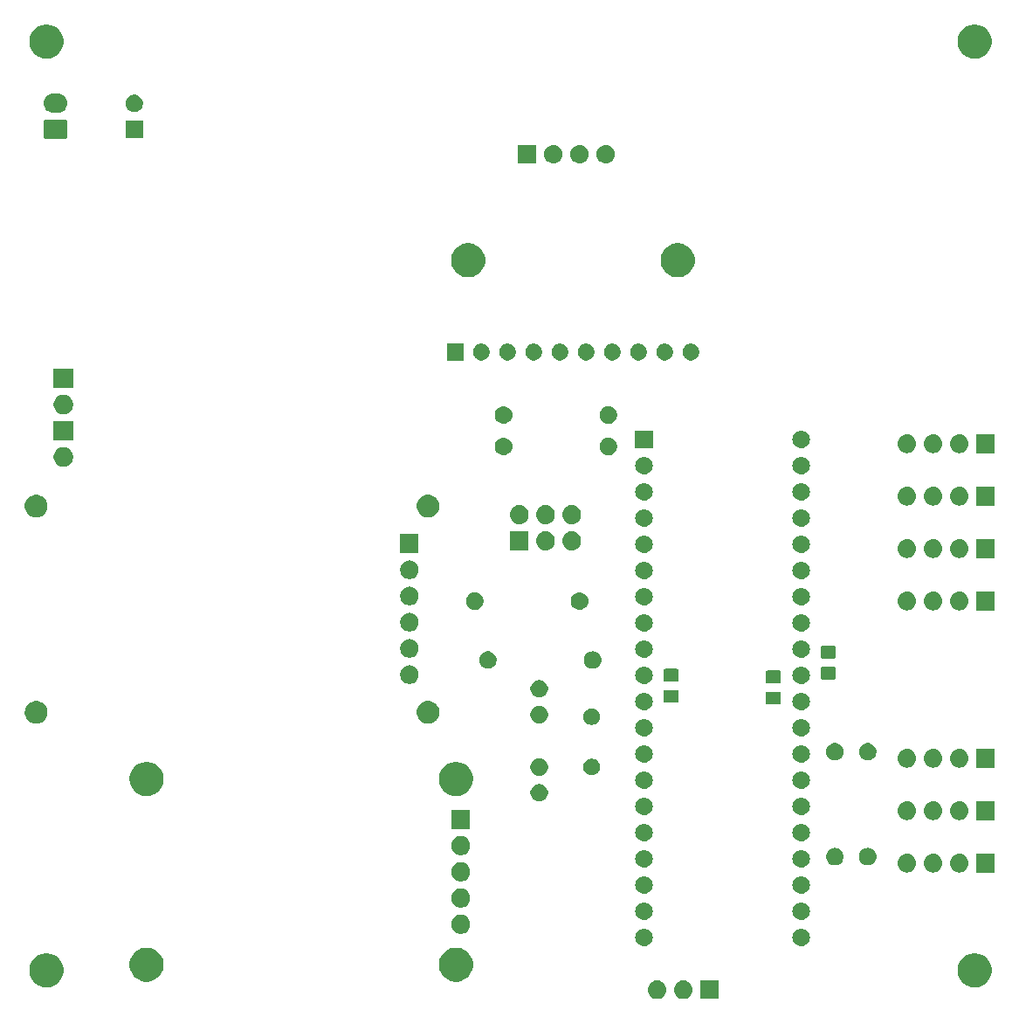
<source format=gbr>
G04 #@! TF.GenerationSoftware,KiCad,Pcbnew,5.1.4*
G04 #@! TF.CreationDate,2019-08-22T02:38:53+02:00*
G04 #@! TF.ProjectId,Stratosensor,53747261-746f-4736-956e-736f722e6b69,rev?*
G04 #@! TF.SameCoordinates,Original*
G04 #@! TF.FileFunction,Soldermask,Bot*
G04 #@! TF.FilePolarity,Negative*
%FSLAX46Y46*%
G04 Gerber Fmt 4.6, Leading zero omitted, Abs format (unit mm)*
G04 Created by KiCad (PCBNEW 5.1.4) date 2019-08-22 02:38:53*
%MOMM*%
%LPD*%
G04 APERTURE LIST*
%ADD10C,0.100000*%
G04 APERTURE END LIST*
D10*
G36*
X114320442Y-145995518D02*
G01*
X114386627Y-146002037D01*
X114556466Y-146053557D01*
X114712991Y-146137222D01*
X114748729Y-146166552D01*
X114850186Y-146249814D01*
X114933448Y-146351271D01*
X114962778Y-146387009D01*
X115046443Y-146543534D01*
X115097963Y-146713373D01*
X115115359Y-146890000D01*
X115097963Y-147066627D01*
X115046443Y-147236466D01*
X114962778Y-147392991D01*
X114933448Y-147428729D01*
X114850186Y-147530186D01*
X114748729Y-147613448D01*
X114712991Y-147642778D01*
X114556466Y-147726443D01*
X114386627Y-147777963D01*
X114320443Y-147784481D01*
X114254260Y-147791000D01*
X114165740Y-147791000D01*
X114099557Y-147784481D01*
X114033373Y-147777963D01*
X113863534Y-147726443D01*
X113707009Y-147642778D01*
X113671271Y-147613448D01*
X113569814Y-147530186D01*
X113486552Y-147428729D01*
X113457222Y-147392991D01*
X113373557Y-147236466D01*
X113322037Y-147066627D01*
X113304641Y-146890000D01*
X113322037Y-146713373D01*
X113373557Y-146543534D01*
X113457222Y-146387009D01*
X113486552Y-146351271D01*
X113569814Y-146249814D01*
X113671271Y-146166552D01*
X113707009Y-146137222D01*
X113863534Y-146053557D01*
X114033373Y-146002037D01*
X114099558Y-145995518D01*
X114165740Y-145989000D01*
X114254260Y-145989000D01*
X114320442Y-145995518D01*
X114320442Y-145995518D01*
G37*
G36*
X116860442Y-145995518D02*
G01*
X116926627Y-146002037D01*
X117096466Y-146053557D01*
X117252991Y-146137222D01*
X117288729Y-146166552D01*
X117390186Y-146249814D01*
X117473448Y-146351271D01*
X117502778Y-146387009D01*
X117586443Y-146543534D01*
X117637963Y-146713373D01*
X117655359Y-146890000D01*
X117637963Y-147066627D01*
X117586443Y-147236466D01*
X117502778Y-147392991D01*
X117473448Y-147428729D01*
X117390186Y-147530186D01*
X117288729Y-147613448D01*
X117252991Y-147642778D01*
X117096466Y-147726443D01*
X116926627Y-147777963D01*
X116860443Y-147784481D01*
X116794260Y-147791000D01*
X116705740Y-147791000D01*
X116639557Y-147784481D01*
X116573373Y-147777963D01*
X116403534Y-147726443D01*
X116247009Y-147642778D01*
X116211271Y-147613448D01*
X116109814Y-147530186D01*
X116026552Y-147428729D01*
X115997222Y-147392991D01*
X115913557Y-147236466D01*
X115862037Y-147066627D01*
X115844641Y-146890000D01*
X115862037Y-146713373D01*
X115913557Y-146543534D01*
X115997222Y-146387009D01*
X116026552Y-146351271D01*
X116109814Y-146249814D01*
X116211271Y-146166552D01*
X116247009Y-146137222D01*
X116403534Y-146053557D01*
X116573373Y-146002037D01*
X116639558Y-145995518D01*
X116705740Y-145989000D01*
X116794260Y-145989000D01*
X116860442Y-145995518D01*
X116860442Y-145995518D01*
G37*
G36*
X120191000Y-147791000D02*
G01*
X118389000Y-147791000D01*
X118389000Y-145989000D01*
X120191000Y-145989000D01*
X120191000Y-147791000D01*
X120191000Y-147791000D01*
G37*
G36*
X145375256Y-143391298D02*
G01*
X145481579Y-143412447D01*
X145782042Y-143536903D01*
X146052451Y-143717585D01*
X146282415Y-143947549D01*
X146463097Y-144217958D01*
X146587553Y-144518421D01*
X146651000Y-144837391D01*
X146651000Y-145162609D01*
X146587553Y-145481579D01*
X146463097Y-145782042D01*
X146282415Y-146052451D01*
X146052451Y-146282415D01*
X145782042Y-146463097D01*
X145481579Y-146587553D01*
X145375256Y-146608702D01*
X145162611Y-146651000D01*
X144837389Y-146651000D01*
X144624744Y-146608702D01*
X144518421Y-146587553D01*
X144217958Y-146463097D01*
X143947549Y-146282415D01*
X143717585Y-146052451D01*
X143536903Y-145782042D01*
X143412447Y-145481579D01*
X143349000Y-145162609D01*
X143349000Y-144837391D01*
X143412447Y-144518421D01*
X143536903Y-144217958D01*
X143717585Y-143947549D01*
X143947549Y-143717585D01*
X144217958Y-143536903D01*
X144518421Y-143412447D01*
X144624744Y-143391298D01*
X144837389Y-143349000D01*
X145162611Y-143349000D01*
X145375256Y-143391298D01*
X145375256Y-143391298D01*
G37*
G36*
X55375256Y-143391298D02*
G01*
X55481579Y-143412447D01*
X55782042Y-143536903D01*
X56052451Y-143717585D01*
X56282415Y-143947549D01*
X56463097Y-144217958D01*
X56587553Y-144518421D01*
X56651000Y-144837391D01*
X56651000Y-145162609D01*
X56587553Y-145481579D01*
X56463097Y-145782042D01*
X56282415Y-146052451D01*
X56052451Y-146282415D01*
X55782042Y-146463097D01*
X55481579Y-146587553D01*
X55375256Y-146608702D01*
X55162611Y-146651000D01*
X54837389Y-146651000D01*
X54624744Y-146608702D01*
X54518421Y-146587553D01*
X54217958Y-146463097D01*
X53947549Y-146282415D01*
X53717585Y-146052451D01*
X53536903Y-145782042D01*
X53412447Y-145481579D01*
X53349000Y-145162609D01*
X53349000Y-144837391D01*
X53412447Y-144518421D01*
X53536903Y-144217958D01*
X53717585Y-143947549D01*
X53947549Y-143717585D01*
X54217958Y-143536903D01*
X54518421Y-143412447D01*
X54624744Y-143391298D01*
X54837389Y-143349000D01*
X55162611Y-143349000D01*
X55375256Y-143391298D01*
X55375256Y-143391298D01*
G37*
G36*
X65075256Y-142851298D02*
G01*
X65181579Y-142872447D01*
X65482042Y-142996903D01*
X65752451Y-143177585D01*
X65982415Y-143407549D01*
X66163097Y-143677958D01*
X66287553Y-143978421D01*
X66351000Y-144297391D01*
X66351000Y-144622609D01*
X66287553Y-144941579D01*
X66163097Y-145242042D01*
X65982415Y-145512451D01*
X65752451Y-145742415D01*
X65482042Y-145923097D01*
X65181579Y-146047553D01*
X65075256Y-146068702D01*
X64862611Y-146111000D01*
X64537389Y-146111000D01*
X64324744Y-146068702D01*
X64218421Y-146047553D01*
X63917958Y-145923097D01*
X63647549Y-145742415D01*
X63417585Y-145512451D01*
X63236903Y-145242042D01*
X63112447Y-144941579D01*
X63049000Y-144622609D01*
X63049000Y-144297391D01*
X63112447Y-143978421D01*
X63236903Y-143677958D01*
X63417585Y-143407549D01*
X63647549Y-143177585D01*
X63917958Y-142996903D01*
X64218421Y-142872447D01*
X64324744Y-142851298D01*
X64537389Y-142809000D01*
X64862611Y-142809000D01*
X65075256Y-142851298D01*
X65075256Y-142851298D01*
G37*
G36*
X95075256Y-142851298D02*
G01*
X95181579Y-142872447D01*
X95482042Y-142996903D01*
X95752451Y-143177585D01*
X95982415Y-143407549D01*
X96163097Y-143677958D01*
X96287553Y-143978421D01*
X96351000Y-144297391D01*
X96351000Y-144622609D01*
X96287553Y-144941579D01*
X96163097Y-145242042D01*
X95982415Y-145512451D01*
X95752451Y-145742415D01*
X95482042Y-145923097D01*
X95181579Y-146047553D01*
X95075256Y-146068702D01*
X94862611Y-146111000D01*
X94537389Y-146111000D01*
X94324744Y-146068702D01*
X94218421Y-146047553D01*
X93917958Y-145923097D01*
X93647549Y-145742415D01*
X93417585Y-145512451D01*
X93236903Y-145242042D01*
X93112447Y-144941579D01*
X93049000Y-144622609D01*
X93049000Y-144297391D01*
X93112447Y-143978421D01*
X93236903Y-143677958D01*
X93417585Y-143407549D01*
X93647549Y-143177585D01*
X93917958Y-142996903D01*
X94218421Y-142872447D01*
X94324744Y-142851298D01*
X94537389Y-142809000D01*
X94862611Y-142809000D01*
X95075256Y-142851298D01*
X95075256Y-142851298D01*
G37*
G36*
X128346823Y-140971313D02*
G01*
X128507242Y-141019976D01*
X128639906Y-141090886D01*
X128655078Y-141098996D01*
X128784659Y-141205341D01*
X128891004Y-141334922D01*
X128891005Y-141334924D01*
X128970024Y-141482758D01*
X129018687Y-141643177D01*
X129035117Y-141810000D01*
X129018687Y-141976823D01*
X128970024Y-142137242D01*
X128899114Y-142269906D01*
X128891004Y-142285078D01*
X128784659Y-142414659D01*
X128655078Y-142521004D01*
X128655076Y-142521005D01*
X128507242Y-142600024D01*
X128346823Y-142648687D01*
X128221804Y-142661000D01*
X128138196Y-142661000D01*
X128013177Y-142648687D01*
X127852758Y-142600024D01*
X127704924Y-142521005D01*
X127704922Y-142521004D01*
X127575341Y-142414659D01*
X127468996Y-142285078D01*
X127460886Y-142269906D01*
X127389976Y-142137242D01*
X127341313Y-141976823D01*
X127324883Y-141810000D01*
X127341313Y-141643177D01*
X127389976Y-141482758D01*
X127468995Y-141334924D01*
X127468996Y-141334922D01*
X127575341Y-141205341D01*
X127704922Y-141098996D01*
X127720094Y-141090886D01*
X127852758Y-141019976D01*
X128013177Y-140971313D01*
X128138196Y-140959000D01*
X128221804Y-140959000D01*
X128346823Y-140971313D01*
X128346823Y-140971313D01*
G37*
G36*
X113106823Y-140971313D02*
G01*
X113267242Y-141019976D01*
X113399906Y-141090886D01*
X113415078Y-141098996D01*
X113544659Y-141205341D01*
X113651004Y-141334922D01*
X113651005Y-141334924D01*
X113730024Y-141482758D01*
X113778687Y-141643177D01*
X113795117Y-141810000D01*
X113778687Y-141976823D01*
X113730024Y-142137242D01*
X113659114Y-142269906D01*
X113651004Y-142285078D01*
X113544659Y-142414659D01*
X113415078Y-142521004D01*
X113415076Y-142521005D01*
X113267242Y-142600024D01*
X113106823Y-142648687D01*
X112981804Y-142661000D01*
X112898196Y-142661000D01*
X112773177Y-142648687D01*
X112612758Y-142600024D01*
X112464924Y-142521005D01*
X112464922Y-142521004D01*
X112335341Y-142414659D01*
X112228996Y-142285078D01*
X112220886Y-142269906D01*
X112149976Y-142137242D01*
X112101313Y-141976823D01*
X112084883Y-141810000D01*
X112101313Y-141643177D01*
X112149976Y-141482758D01*
X112228995Y-141334924D01*
X112228996Y-141334922D01*
X112335341Y-141205341D01*
X112464922Y-141098996D01*
X112480094Y-141090886D01*
X112612758Y-141019976D01*
X112773177Y-140971313D01*
X112898196Y-140959000D01*
X112981804Y-140959000D01*
X113106823Y-140971313D01*
X113106823Y-140971313D01*
G37*
G36*
X95430104Y-139649585D02*
G01*
X95598626Y-139719389D01*
X95750291Y-139820728D01*
X95879272Y-139949709D01*
X95980611Y-140101374D01*
X96050415Y-140269896D01*
X96086000Y-140448797D01*
X96086000Y-140631203D01*
X96050415Y-140810104D01*
X95980611Y-140978626D01*
X95879272Y-141130291D01*
X95750291Y-141259272D01*
X95598626Y-141360611D01*
X95430104Y-141430415D01*
X95251203Y-141466000D01*
X95068797Y-141466000D01*
X94889896Y-141430415D01*
X94721374Y-141360611D01*
X94569709Y-141259272D01*
X94440728Y-141130291D01*
X94339389Y-140978626D01*
X94269585Y-140810104D01*
X94234000Y-140631203D01*
X94234000Y-140448797D01*
X94269585Y-140269896D01*
X94339389Y-140101374D01*
X94440728Y-139949709D01*
X94569709Y-139820728D01*
X94721374Y-139719389D01*
X94889896Y-139649585D01*
X95068797Y-139614000D01*
X95251203Y-139614000D01*
X95430104Y-139649585D01*
X95430104Y-139649585D01*
G37*
G36*
X128346823Y-138431313D02*
G01*
X128507242Y-138479976D01*
X128639906Y-138550886D01*
X128655078Y-138558996D01*
X128784659Y-138665341D01*
X128891004Y-138794922D01*
X128891005Y-138794924D01*
X128970024Y-138942758D01*
X129018687Y-139103177D01*
X129035117Y-139270000D01*
X129018687Y-139436823D01*
X128970024Y-139597242D01*
X128904735Y-139719389D01*
X128891004Y-139745078D01*
X128784659Y-139874659D01*
X128655078Y-139981004D01*
X128655076Y-139981005D01*
X128507242Y-140060024D01*
X128346823Y-140108687D01*
X128221804Y-140121000D01*
X128138196Y-140121000D01*
X128013177Y-140108687D01*
X127852758Y-140060024D01*
X127704924Y-139981005D01*
X127704922Y-139981004D01*
X127575341Y-139874659D01*
X127468996Y-139745078D01*
X127455265Y-139719389D01*
X127389976Y-139597242D01*
X127341313Y-139436823D01*
X127324883Y-139270000D01*
X127341313Y-139103177D01*
X127389976Y-138942758D01*
X127468995Y-138794924D01*
X127468996Y-138794922D01*
X127575341Y-138665341D01*
X127704922Y-138558996D01*
X127720094Y-138550886D01*
X127852758Y-138479976D01*
X128013177Y-138431313D01*
X128138196Y-138419000D01*
X128221804Y-138419000D01*
X128346823Y-138431313D01*
X128346823Y-138431313D01*
G37*
G36*
X113106823Y-138431313D02*
G01*
X113267242Y-138479976D01*
X113399906Y-138550886D01*
X113415078Y-138558996D01*
X113544659Y-138665341D01*
X113651004Y-138794922D01*
X113651005Y-138794924D01*
X113730024Y-138942758D01*
X113778687Y-139103177D01*
X113795117Y-139270000D01*
X113778687Y-139436823D01*
X113730024Y-139597242D01*
X113664735Y-139719389D01*
X113651004Y-139745078D01*
X113544659Y-139874659D01*
X113415078Y-139981004D01*
X113415076Y-139981005D01*
X113267242Y-140060024D01*
X113106823Y-140108687D01*
X112981804Y-140121000D01*
X112898196Y-140121000D01*
X112773177Y-140108687D01*
X112612758Y-140060024D01*
X112464924Y-139981005D01*
X112464922Y-139981004D01*
X112335341Y-139874659D01*
X112228996Y-139745078D01*
X112215265Y-139719389D01*
X112149976Y-139597242D01*
X112101313Y-139436823D01*
X112084883Y-139270000D01*
X112101313Y-139103177D01*
X112149976Y-138942758D01*
X112228995Y-138794924D01*
X112228996Y-138794922D01*
X112335341Y-138665341D01*
X112464922Y-138558996D01*
X112480094Y-138550886D01*
X112612758Y-138479976D01*
X112773177Y-138431313D01*
X112898196Y-138419000D01*
X112981804Y-138419000D01*
X113106823Y-138431313D01*
X113106823Y-138431313D01*
G37*
G36*
X95430104Y-137109585D02*
G01*
X95598626Y-137179389D01*
X95750291Y-137280728D01*
X95879272Y-137409709D01*
X95980611Y-137561374D01*
X96050415Y-137729896D01*
X96086000Y-137908797D01*
X96086000Y-138091203D01*
X96050415Y-138270104D01*
X95980611Y-138438626D01*
X95879272Y-138590291D01*
X95750291Y-138719272D01*
X95598626Y-138820611D01*
X95430104Y-138890415D01*
X95251203Y-138926000D01*
X95068797Y-138926000D01*
X94889896Y-138890415D01*
X94721374Y-138820611D01*
X94569709Y-138719272D01*
X94440728Y-138590291D01*
X94339389Y-138438626D01*
X94269585Y-138270104D01*
X94234000Y-138091203D01*
X94234000Y-137908797D01*
X94269585Y-137729896D01*
X94339389Y-137561374D01*
X94440728Y-137409709D01*
X94569709Y-137280728D01*
X94721374Y-137179389D01*
X94889896Y-137109585D01*
X95068797Y-137074000D01*
X95251203Y-137074000D01*
X95430104Y-137109585D01*
X95430104Y-137109585D01*
G37*
G36*
X113106823Y-135891313D02*
G01*
X113267242Y-135939976D01*
X113399906Y-136010886D01*
X113415078Y-136018996D01*
X113544659Y-136125341D01*
X113651004Y-136254922D01*
X113651005Y-136254924D01*
X113730024Y-136402758D01*
X113778687Y-136563177D01*
X113795117Y-136730000D01*
X113778687Y-136896823D01*
X113730024Y-137057242D01*
X113664735Y-137179389D01*
X113651004Y-137205078D01*
X113544659Y-137334659D01*
X113415078Y-137441004D01*
X113415076Y-137441005D01*
X113267242Y-137520024D01*
X113106823Y-137568687D01*
X112981804Y-137581000D01*
X112898196Y-137581000D01*
X112773177Y-137568687D01*
X112612758Y-137520024D01*
X112464924Y-137441005D01*
X112464922Y-137441004D01*
X112335341Y-137334659D01*
X112228996Y-137205078D01*
X112215265Y-137179389D01*
X112149976Y-137057242D01*
X112101313Y-136896823D01*
X112084883Y-136730000D01*
X112101313Y-136563177D01*
X112149976Y-136402758D01*
X112228995Y-136254924D01*
X112228996Y-136254922D01*
X112335341Y-136125341D01*
X112464922Y-136018996D01*
X112480094Y-136010886D01*
X112612758Y-135939976D01*
X112773177Y-135891313D01*
X112898196Y-135879000D01*
X112981804Y-135879000D01*
X113106823Y-135891313D01*
X113106823Y-135891313D01*
G37*
G36*
X128346823Y-135891313D02*
G01*
X128507242Y-135939976D01*
X128639906Y-136010886D01*
X128655078Y-136018996D01*
X128784659Y-136125341D01*
X128891004Y-136254922D01*
X128891005Y-136254924D01*
X128970024Y-136402758D01*
X129018687Y-136563177D01*
X129035117Y-136730000D01*
X129018687Y-136896823D01*
X128970024Y-137057242D01*
X128904735Y-137179389D01*
X128891004Y-137205078D01*
X128784659Y-137334659D01*
X128655078Y-137441004D01*
X128655076Y-137441005D01*
X128507242Y-137520024D01*
X128346823Y-137568687D01*
X128221804Y-137581000D01*
X128138196Y-137581000D01*
X128013177Y-137568687D01*
X127852758Y-137520024D01*
X127704924Y-137441005D01*
X127704922Y-137441004D01*
X127575341Y-137334659D01*
X127468996Y-137205078D01*
X127455265Y-137179389D01*
X127389976Y-137057242D01*
X127341313Y-136896823D01*
X127324883Y-136730000D01*
X127341313Y-136563177D01*
X127389976Y-136402758D01*
X127468995Y-136254924D01*
X127468996Y-136254922D01*
X127575341Y-136125341D01*
X127704922Y-136018996D01*
X127720094Y-136010886D01*
X127852758Y-135939976D01*
X128013177Y-135891313D01*
X128138196Y-135879000D01*
X128221804Y-135879000D01*
X128346823Y-135891313D01*
X128346823Y-135891313D01*
G37*
G36*
X95430104Y-134569585D02*
G01*
X95598626Y-134639389D01*
X95750291Y-134740728D01*
X95879272Y-134869709D01*
X95980611Y-135021374D01*
X96050415Y-135189896D01*
X96086000Y-135368797D01*
X96086000Y-135551203D01*
X96050415Y-135730104D01*
X95980611Y-135898626D01*
X95879272Y-136050291D01*
X95750291Y-136179272D01*
X95598626Y-136280611D01*
X95430104Y-136350415D01*
X95251203Y-136386000D01*
X95068797Y-136386000D01*
X94889896Y-136350415D01*
X94721374Y-136280611D01*
X94569709Y-136179272D01*
X94440728Y-136050291D01*
X94339389Y-135898626D01*
X94269585Y-135730104D01*
X94234000Y-135551203D01*
X94234000Y-135368797D01*
X94269585Y-135189896D01*
X94339389Y-135021374D01*
X94440728Y-134869709D01*
X94569709Y-134740728D01*
X94721374Y-134639389D01*
X94889896Y-134569585D01*
X95068797Y-134534000D01*
X95251203Y-134534000D01*
X95430104Y-134569585D01*
X95430104Y-134569585D01*
G37*
G36*
X146951000Y-135521000D02*
G01*
X145149000Y-135521000D01*
X145149000Y-133719000D01*
X146951000Y-133719000D01*
X146951000Y-135521000D01*
X146951000Y-135521000D01*
G37*
G36*
X143620443Y-133725519D02*
G01*
X143686627Y-133732037D01*
X143856466Y-133783557D01*
X144012991Y-133867222D01*
X144048729Y-133896552D01*
X144150186Y-133979814D01*
X144233448Y-134081271D01*
X144262778Y-134117009D01*
X144346443Y-134273534D01*
X144397963Y-134443373D01*
X144415359Y-134620000D01*
X144397963Y-134796627D01*
X144346443Y-134966466D01*
X144262778Y-135122991D01*
X144233448Y-135158729D01*
X144150186Y-135260186D01*
X144048729Y-135343448D01*
X144012991Y-135372778D01*
X143856466Y-135456443D01*
X143686627Y-135507963D01*
X143620443Y-135514481D01*
X143554260Y-135521000D01*
X143465740Y-135521000D01*
X143399557Y-135514481D01*
X143333373Y-135507963D01*
X143163534Y-135456443D01*
X143007009Y-135372778D01*
X142971271Y-135343448D01*
X142869814Y-135260186D01*
X142786552Y-135158729D01*
X142757222Y-135122991D01*
X142673557Y-134966466D01*
X142622037Y-134796627D01*
X142604641Y-134620000D01*
X142622037Y-134443373D01*
X142673557Y-134273534D01*
X142757222Y-134117009D01*
X142786552Y-134081271D01*
X142869814Y-133979814D01*
X142971271Y-133896552D01*
X143007009Y-133867222D01*
X143163534Y-133783557D01*
X143333373Y-133732037D01*
X143399557Y-133725519D01*
X143465740Y-133719000D01*
X143554260Y-133719000D01*
X143620443Y-133725519D01*
X143620443Y-133725519D01*
G37*
G36*
X141080443Y-133725519D02*
G01*
X141146627Y-133732037D01*
X141316466Y-133783557D01*
X141472991Y-133867222D01*
X141508729Y-133896552D01*
X141610186Y-133979814D01*
X141693448Y-134081271D01*
X141722778Y-134117009D01*
X141806443Y-134273534D01*
X141857963Y-134443373D01*
X141875359Y-134620000D01*
X141857963Y-134796627D01*
X141806443Y-134966466D01*
X141722778Y-135122991D01*
X141693448Y-135158729D01*
X141610186Y-135260186D01*
X141508729Y-135343448D01*
X141472991Y-135372778D01*
X141316466Y-135456443D01*
X141146627Y-135507963D01*
X141080443Y-135514481D01*
X141014260Y-135521000D01*
X140925740Y-135521000D01*
X140859557Y-135514481D01*
X140793373Y-135507963D01*
X140623534Y-135456443D01*
X140467009Y-135372778D01*
X140431271Y-135343448D01*
X140329814Y-135260186D01*
X140246552Y-135158729D01*
X140217222Y-135122991D01*
X140133557Y-134966466D01*
X140082037Y-134796627D01*
X140064641Y-134620000D01*
X140082037Y-134443373D01*
X140133557Y-134273534D01*
X140217222Y-134117009D01*
X140246552Y-134081271D01*
X140329814Y-133979814D01*
X140431271Y-133896552D01*
X140467009Y-133867222D01*
X140623534Y-133783557D01*
X140793373Y-133732037D01*
X140859557Y-133725519D01*
X140925740Y-133719000D01*
X141014260Y-133719000D01*
X141080443Y-133725519D01*
X141080443Y-133725519D01*
G37*
G36*
X138540443Y-133725519D02*
G01*
X138606627Y-133732037D01*
X138776466Y-133783557D01*
X138932991Y-133867222D01*
X138968729Y-133896552D01*
X139070186Y-133979814D01*
X139153448Y-134081271D01*
X139182778Y-134117009D01*
X139266443Y-134273534D01*
X139317963Y-134443373D01*
X139335359Y-134620000D01*
X139317963Y-134796627D01*
X139266443Y-134966466D01*
X139182778Y-135122991D01*
X139153448Y-135158729D01*
X139070186Y-135260186D01*
X138968729Y-135343448D01*
X138932991Y-135372778D01*
X138776466Y-135456443D01*
X138606627Y-135507963D01*
X138540443Y-135514481D01*
X138474260Y-135521000D01*
X138385740Y-135521000D01*
X138319557Y-135514481D01*
X138253373Y-135507963D01*
X138083534Y-135456443D01*
X137927009Y-135372778D01*
X137891271Y-135343448D01*
X137789814Y-135260186D01*
X137706552Y-135158729D01*
X137677222Y-135122991D01*
X137593557Y-134966466D01*
X137542037Y-134796627D01*
X137524641Y-134620000D01*
X137542037Y-134443373D01*
X137593557Y-134273534D01*
X137677222Y-134117009D01*
X137706552Y-134081271D01*
X137789814Y-133979814D01*
X137891271Y-133896552D01*
X137927009Y-133867222D01*
X138083534Y-133783557D01*
X138253373Y-133732037D01*
X138319557Y-133725519D01*
X138385740Y-133719000D01*
X138474260Y-133719000D01*
X138540443Y-133725519D01*
X138540443Y-133725519D01*
G37*
G36*
X113106823Y-133351313D02*
G01*
X113267242Y-133399976D01*
X113399906Y-133470886D01*
X113415078Y-133478996D01*
X113544659Y-133585341D01*
X113651004Y-133714922D01*
X113651005Y-133714924D01*
X113730024Y-133862758D01*
X113778687Y-134023177D01*
X113795117Y-134190000D01*
X113778687Y-134356823D01*
X113730024Y-134517242D01*
X113691316Y-134589659D01*
X113651004Y-134665078D01*
X113544659Y-134794659D01*
X113415078Y-134901004D01*
X113415076Y-134901005D01*
X113267242Y-134980024D01*
X113106823Y-135028687D01*
X112981804Y-135041000D01*
X112898196Y-135041000D01*
X112773177Y-135028687D01*
X112612758Y-134980024D01*
X112464924Y-134901005D01*
X112464922Y-134901004D01*
X112335341Y-134794659D01*
X112228996Y-134665078D01*
X112188684Y-134589659D01*
X112149976Y-134517242D01*
X112101313Y-134356823D01*
X112084883Y-134190000D01*
X112101313Y-134023177D01*
X112149976Y-133862758D01*
X112228995Y-133714924D01*
X112228996Y-133714922D01*
X112335341Y-133585341D01*
X112464922Y-133478996D01*
X112480094Y-133470886D01*
X112612758Y-133399976D01*
X112773177Y-133351313D01*
X112898196Y-133339000D01*
X112981804Y-133339000D01*
X113106823Y-133351313D01*
X113106823Y-133351313D01*
G37*
G36*
X128346823Y-133351313D02*
G01*
X128507242Y-133399976D01*
X128639906Y-133470886D01*
X128655078Y-133478996D01*
X128784659Y-133585341D01*
X128891004Y-133714922D01*
X128891005Y-133714924D01*
X128970024Y-133862758D01*
X129018687Y-134023177D01*
X129035117Y-134190000D01*
X129018687Y-134356823D01*
X128970024Y-134517242D01*
X128931316Y-134589659D01*
X128891004Y-134665078D01*
X128784659Y-134794659D01*
X128655078Y-134901004D01*
X128655076Y-134901005D01*
X128507242Y-134980024D01*
X128346823Y-135028687D01*
X128221804Y-135041000D01*
X128138196Y-135041000D01*
X128013177Y-135028687D01*
X127852758Y-134980024D01*
X127704924Y-134901005D01*
X127704922Y-134901004D01*
X127575341Y-134794659D01*
X127468996Y-134665078D01*
X127428684Y-134589659D01*
X127389976Y-134517242D01*
X127341313Y-134356823D01*
X127324883Y-134190000D01*
X127341313Y-134023177D01*
X127389976Y-133862758D01*
X127468995Y-133714924D01*
X127468996Y-133714922D01*
X127575341Y-133585341D01*
X127704922Y-133478996D01*
X127720094Y-133470886D01*
X127852758Y-133399976D01*
X128013177Y-133351313D01*
X128138196Y-133339000D01*
X128221804Y-133339000D01*
X128346823Y-133351313D01*
X128346823Y-133351313D01*
G37*
G36*
X134786823Y-133146313D02*
G01*
X134947242Y-133194976D01*
X135079906Y-133265886D01*
X135095078Y-133273996D01*
X135224659Y-133380341D01*
X135331004Y-133509922D01*
X135331005Y-133509924D01*
X135410024Y-133657758D01*
X135458687Y-133818177D01*
X135475117Y-133985000D01*
X135458687Y-134151823D01*
X135410024Y-134312242D01*
X135339933Y-134443373D01*
X135331004Y-134460078D01*
X135224659Y-134589659D01*
X135095078Y-134696004D01*
X135095076Y-134696005D01*
X134947242Y-134775024D01*
X134786823Y-134823687D01*
X134661804Y-134836000D01*
X134578196Y-134836000D01*
X134453177Y-134823687D01*
X134292758Y-134775024D01*
X134144924Y-134696005D01*
X134144922Y-134696004D01*
X134015341Y-134589659D01*
X133908996Y-134460078D01*
X133900067Y-134443373D01*
X133829976Y-134312242D01*
X133781313Y-134151823D01*
X133764883Y-133985000D01*
X133781313Y-133818177D01*
X133829976Y-133657758D01*
X133908995Y-133509924D01*
X133908996Y-133509922D01*
X134015341Y-133380341D01*
X134144922Y-133273996D01*
X134160094Y-133265886D01*
X134292758Y-133194976D01*
X134453177Y-133146313D01*
X134578196Y-133134000D01*
X134661804Y-133134000D01*
X134786823Y-133146313D01*
X134786823Y-133146313D01*
G37*
G36*
X131611823Y-133146313D02*
G01*
X131772242Y-133194976D01*
X131904906Y-133265886D01*
X131920078Y-133273996D01*
X132049659Y-133380341D01*
X132156004Y-133509922D01*
X132156005Y-133509924D01*
X132235024Y-133657758D01*
X132283687Y-133818177D01*
X132300117Y-133985000D01*
X132283687Y-134151823D01*
X132235024Y-134312242D01*
X132164933Y-134443373D01*
X132156004Y-134460078D01*
X132049659Y-134589659D01*
X131920078Y-134696004D01*
X131920076Y-134696005D01*
X131772242Y-134775024D01*
X131611823Y-134823687D01*
X131486804Y-134836000D01*
X131403196Y-134836000D01*
X131278177Y-134823687D01*
X131117758Y-134775024D01*
X130969924Y-134696005D01*
X130969922Y-134696004D01*
X130840341Y-134589659D01*
X130733996Y-134460078D01*
X130725067Y-134443373D01*
X130654976Y-134312242D01*
X130606313Y-134151823D01*
X130589883Y-133985000D01*
X130606313Y-133818177D01*
X130654976Y-133657758D01*
X130733995Y-133509924D01*
X130733996Y-133509922D01*
X130840341Y-133380341D01*
X130969922Y-133273996D01*
X130985094Y-133265886D01*
X131117758Y-133194976D01*
X131278177Y-133146313D01*
X131403196Y-133134000D01*
X131486804Y-133134000D01*
X131611823Y-133146313D01*
X131611823Y-133146313D01*
G37*
G36*
X95430104Y-132029585D02*
G01*
X95598626Y-132099389D01*
X95750291Y-132200728D01*
X95879272Y-132329709D01*
X95980611Y-132481374D01*
X96050415Y-132649896D01*
X96086000Y-132828797D01*
X96086000Y-133011203D01*
X96050415Y-133190104D01*
X95980611Y-133358626D01*
X95879272Y-133510291D01*
X95750291Y-133639272D01*
X95598626Y-133740611D01*
X95430104Y-133810415D01*
X95251203Y-133846000D01*
X95068797Y-133846000D01*
X94889896Y-133810415D01*
X94721374Y-133740611D01*
X94569709Y-133639272D01*
X94440728Y-133510291D01*
X94339389Y-133358626D01*
X94269585Y-133190104D01*
X94234000Y-133011203D01*
X94234000Y-132828797D01*
X94269585Y-132649896D01*
X94339389Y-132481374D01*
X94440728Y-132329709D01*
X94569709Y-132200728D01*
X94721374Y-132099389D01*
X94889896Y-132029585D01*
X95068797Y-131994000D01*
X95251203Y-131994000D01*
X95430104Y-132029585D01*
X95430104Y-132029585D01*
G37*
G36*
X113106823Y-130811313D02*
G01*
X113267242Y-130859976D01*
X113399906Y-130930886D01*
X113415078Y-130938996D01*
X113544659Y-131045341D01*
X113651004Y-131174922D01*
X113651005Y-131174924D01*
X113730024Y-131322758D01*
X113778687Y-131483177D01*
X113795117Y-131650000D01*
X113778687Y-131816823D01*
X113730024Y-131977242D01*
X113664735Y-132099389D01*
X113651004Y-132125078D01*
X113544659Y-132254659D01*
X113415078Y-132361004D01*
X113415076Y-132361005D01*
X113267242Y-132440024D01*
X113106823Y-132488687D01*
X112981804Y-132501000D01*
X112898196Y-132501000D01*
X112773177Y-132488687D01*
X112612758Y-132440024D01*
X112464924Y-132361005D01*
X112464922Y-132361004D01*
X112335341Y-132254659D01*
X112228996Y-132125078D01*
X112215265Y-132099389D01*
X112149976Y-131977242D01*
X112101313Y-131816823D01*
X112084883Y-131650000D01*
X112101313Y-131483177D01*
X112149976Y-131322758D01*
X112228995Y-131174924D01*
X112228996Y-131174922D01*
X112335341Y-131045341D01*
X112464922Y-130938996D01*
X112480094Y-130930886D01*
X112612758Y-130859976D01*
X112773177Y-130811313D01*
X112898196Y-130799000D01*
X112981804Y-130799000D01*
X113106823Y-130811313D01*
X113106823Y-130811313D01*
G37*
G36*
X128346823Y-130811313D02*
G01*
X128507242Y-130859976D01*
X128639906Y-130930886D01*
X128655078Y-130938996D01*
X128784659Y-131045341D01*
X128891004Y-131174922D01*
X128891005Y-131174924D01*
X128970024Y-131322758D01*
X129018687Y-131483177D01*
X129035117Y-131650000D01*
X129018687Y-131816823D01*
X128970024Y-131977242D01*
X128904735Y-132099389D01*
X128891004Y-132125078D01*
X128784659Y-132254659D01*
X128655078Y-132361004D01*
X128655076Y-132361005D01*
X128507242Y-132440024D01*
X128346823Y-132488687D01*
X128221804Y-132501000D01*
X128138196Y-132501000D01*
X128013177Y-132488687D01*
X127852758Y-132440024D01*
X127704924Y-132361005D01*
X127704922Y-132361004D01*
X127575341Y-132254659D01*
X127468996Y-132125078D01*
X127455265Y-132099389D01*
X127389976Y-131977242D01*
X127341313Y-131816823D01*
X127324883Y-131650000D01*
X127341313Y-131483177D01*
X127389976Y-131322758D01*
X127468995Y-131174924D01*
X127468996Y-131174922D01*
X127575341Y-131045341D01*
X127704922Y-130938996D01*
X127720094Y-130930886D01*
X127852758Y-130859976D01*
X128013177Y-130811313D01*
X128138196Y-130799000D01*
X128221804Y-130799000D01*
X128346823Y-130811313D01*
X128346823Y-130811313D01*
G37*
G36*
X96086000Y-131306000D02*
G01*
X94234000Y-131306000D01*
X94234000Y-129454000D01*
X96086000Y-129454000D01*
X96086000Y-131306000D01*
X96086000Y-131306000D01*
G37*
G36*
X143620443Y-128645519D02*
G01*
X143686627Y-128652037D01*
X143856466Y-128703557D01*
X144012991Y-128787222D01*
X144048729Y-128816552D01*
X144150186Y-128899814D01*
X144233448Y-129001271D01*
X144262778Y-129037009D01*
X144346443Y-129193534D01*
X144397963Y-129363373D01*
X144415359Y-129540000D01*
X144397963Y-129716627D01*
X144346443Y-129886466D01*
X144262778Y-130042991D01*
X144233448Y-130078729D01*
X144150186Y-130180186D01*
X144048729Y-130263448D01*
X144012991Y-130292778D01*
X143856466Y-130376443D01*
X143686627Y-130427963D01*
X143620443Y-130434481D01*
X143554260Y-130441000D01*
X143465740Y-130441000D01*
X143399557Y-130434481D01*
X143333373Y-130427963D01*
X143163534Y-130376443D01*
X143007009Y-130292778D01*
X142971271Y-130263448D01*
X142869814Y-130180186D01*
X142786552Y-130078729D01*
X142757222Y-130042991D01*
X142673557Y-129886466D01*
X142622037Y-129716627D01*
X142604641Y-129540000D01*
X142622037Y-129363373D01*
X142673557Y-129193534D01*
X142757222Y-129037009D01*
X142786552Y-129001271D01*
X142869814Y-128899814D01*
X142971271Y-128816552D01*
X143007009Y-128787222D01*
X143163534Y-128703557D01*
X143333373Y-128652037D01*
X143399557Y-128645519D01*
X143465740Y-128639000D01*
X143554260Y-128639000D01*
X143620443Y-128645519D01*
X143620443Y-128645519D01*
G37*
G36*
X138540443Y-128645519D02*
G01*
X138606627Y-128652037D01*
X138776466Y-128703557D01*
X138932991Y-128787222D01*
X138968729Y-128816552D01*
X139070186Y-128899814D01*
X139153448Y-129001271D01*
X139182778Y-129037009D01*
X139266443Y-129193534D01*
X139317963Y-129363373D01*
X139335359Y-129540000D01*
X139317963Y-129716627D01*
X139266443Y-129886466D01*
X139182778Y-130042991D01*
X139153448Y-130078729D01*
X139070186Y-130180186D01*
X138968729Y-130263448D01*
X138932991Y-130292778D01*
X138776466Y-130376443D01*
X138606627Y-130427963D01*
X138540443Y-130434481D01*
X138474260Y-130441000D01*
X138385740Y-130441000D01*
X138319557Y-130434481D01*
X138253373Y-130427963D01*
X138083534Y-130376443D01*
X137927009Y-130292778D01*
X137891271Y-130263448D01*
X137789814Y-130180186D01*
X137706552Y-130078729D01*
X137677222Y-130042991D01*
X137593557Y-129886466D01*
X137542037Y-129716627D01*
X137524641Y-129540000D01*
X137542037Y-129363373D01*
X137593557Y-129193534D01*
X137677222Y-129037009D01*
X137706552Y-129001271D01*
X137789814Y-128899814D01*
X137891271Y-128816552D01*
X137927009Y-128787222D01*
X138083534Y-128703557D01*
X138253373Y-128652037D01*
X138319557Y-128645519D01*
X138385740Y-128639000D01*
X138474260Y-128639000D01*
X138540443Y-128645519D01*
X138540443Y-128645519D01*
G37*
G36*
X146951000Y-130441000D02*
G01*
X145149000Y-130441000D01*
X145149000Y-128639000D01*
X146951000Y-128639000D01*
X146951000Y-130441000D01*
X146951000Y-130441000D01*
G37*
G36*
X141080443Y-128645519D02*
G01*
X141146627Y-128652037D01*
X141316466Y-128703557D01*
X141472991Y-128787222D01*
X141508729Y-128816552D01*
X141610186Y-128899814D01*
X141693448Y-129001271D01*
X141722778Y-129037009D01*
X141806443Y-129193534D01*
X141857963Y-129363373D01*
X141875359Y-129540000D01*
X141857963Y-129716627D01*
X141806443Y-129886466D01*
X141722778Y-130042991D01*
X141693448Y-130078729D01*
X141610186Y-130180186D01*
X141508729Y-130263448D01*
X141472991Y-130292778D01*
X141316466Y-130376443D01*
X141146627Y-130427963D01*
X141080443Y-130434481D01*
X141014260Y-130441000D01*
X140925740Y-130441000D01*
X140859557Y-130434481D01*
X140793373Y-130427963D01*
X140623534Y-130376443D01*
X140467009Y-130292778D01*
X140431271Y-130263448D01*
X140329814Y-130180186D01*
X140246552Y-130078729D01*
X140217222Y-130042991D01*
X140133557Y-129886466D01*
X140082037Y-129716627D01*
X140064641Y-129540000D01*
X140082037Y-129363373D01*
X140133557Y-129193534D01*
X140217222Y-129037009D01*
X140246552Y-129001271D01*
X140329814Y-128899814D01*
X140431271Y-128816552D01*
X140467009Y-128787222D01*
X140623534Y-128703557D01*
X140793373Y-128652037D01*
X140859557Y-128645519D01*
X140925740Y-128639000D01*
X141014260Y-128639000D01*
X141080443Y-128645519D01*
X141080443Y-128645519D01*
G37*
G36*
X113106823Y-128271313D02*
G01*
X113267242Y-128319976D01*
X113399906Y-128390886D01*
X113415078Y-128398996D01*
X113544659Y-128505341D01*
X113651004Y-128634922D01*
X113651005Y-128634924D01*
X113730024Y-128782758D01*
X113778687Y-128943177D01*
X113795117Y-129110000D01*
X113778687Y-129276823D01*
X113730024Y-129437242D01*
X113675099Y-129540000D01*
X113651004Y-129585078D01*
X113544659Y-129714659D01*
X113415078Y-129821004D01*
X113415076Y-129821005D01*
X113267242Y-129900024D01*
X113106823Y-129948687D01*
X112981804Y-129961000D01*
X112898196Y-129961000D01*
X112773177Y-129948687D01*
X112612758Y-129900024D01*
X112464924Y-129821005D01*
X112464922Y-129821004D01*
X112335341Y-129714659D01*
X112228996Y-129585078D01*
X112204901Y-129540000D01*
X112149976Y-129437242D01*
X112101313Y-129276823D01*
X112084883Y-129110000D01*
X112101313Y-128943177D01*
X112149976Y-128782758D01*
X112228995Y-128634924D01*
X112228996Y-128634922D01*
X112335341Y-128505341D01*
X112464922Y-128398996D01*
X112480094Y-128390886D01*
X112612758Y-128319976D01*
X112773177Y-128271313D01*
X112898196Y-128259000D01*
X112981804Y-128259000D01*
X113106823Y-128271313D01*
X113106823Y-128271313D01*
G37*
G36*
X128346823Y-128271313D02*
G01*
X128507242Y-128319976D01*
X128639906Y-128390886D01*
X128655078Y-128398996D01*
X128784659Y-128505341D01*
X128891004Y-128634922D01*
X128891005Y-128634924D01*
X128970024Y-128782758D01*
X129018687Y-128943177D01*
X129035117Y-129110000D01*
X129018687Y-129276823D01*
X128970024Y-129437242D01*
X128915099Y-129540000D01*
X128891004Y-129585078D01*
X128784659Y-129714659D01*
X128655078Y-129821004D01*
X128655076Y-129821005D01*
X128507242Y-129900024D01*
X128346823Y-129948687D01*
X128221804Y-129961000D01*
X128138196Y-129961000D01*
X128013177Y-129948687D01*
X127852758Y-129900024D01*
X127704924Y-129821005D01*
X127704922Y-129821004D01*
X127575341Y-129714659D01*
X127468996Y-129585078D01*
X127444901Y-129540000D01*
X127389976Y-129437242D01*
X127341313Y-129276823D01*
X127324883Y-129110000D01*
X127341313Y-128943177D01*
X127389976Y-128782758D01*
X127468995Y-128634924D01*
X127468996Y-128634922D01*
X127575341Y-128505341D01*
X127704922Y-128398996D01*
X127720094Y-128390886D01*
X127852758Y-128319976D01*
X128013177Y-128271313D01*
X128138196Y-128259000D01*
X128221804Y-128259000D01*
X128346823Y-128271313D01*
X128346823Y-128271313D01*
G37*
G36*
X103028228Y-126981703D02*
G01*
X103183100Y-127045853D01*
X103322481Y-127138985D01*
X103441015Y-127257519D01*
X103534147Y-127396900D01*
X103598297Y-127551772D01*
X103631000Y-127716184D01*
X103631000Y-127883816D01*
X103598297Y-128048228D01*
X103534147Y-128203100D01*
X103441015Y-128342481D01*
X103322481Y-128461015D01*
X103183100Y-128554147D01*
X103028228Y-128618297D01*
X102863816Y-128651000D01*
X102696184Y-128651000D01*
X102531772Y-128618297D01*
X102376900Y-128554147D01*
X102237519Y-128461015D01*
X102118985Y-128342481D01*
X102025853Y-128203100D01*
X101961703Y-128048228D01*
X101929000Y-127883816D01*
X101929000Y-127716184D01*
X101961703Y-127551772D01*
X102025853Y-127396900D01*
X102118985Y-127257519D01*
X102237519Y-127138985D01*
X102376900Y-127045853D01*
X102531772Y-126981703D01*
X102696184Y-126949000D01*
X102863816Y-126949000D01*
X103028228Y-126981703D01*
X103028228Y-126981703D01*
G37*
G36*
X65075256Y-124851298D02*
G01*
X65181579Y-124872447D01*
X65482042Y-124996903D01*
X65752451Y-125177585D01*
X65982415Y-125407549D01*
X66163097Y-125677958D01*
X66163098Y-125677960D01*
X66287553Y-125978422D01*
X66351000Y-126297389D01*
X66351000Y-126622611D01*
X66328281Y-126736825D01*
X66287553Y-126941579D01*
X66163097Y-127242042D01*
X65982415Y-127512451D01*
X65752451Y-127742415D01*
X65482042Y-127923097D01*
X65181579Y-128047553D01*
X65075256Y-128068702D01*
X64862611Y-128111000D01*
X64537389Y-128111000D01*
X64324744Y-128068702D01*
X64218421Y-128047553D01*
X63917958Y-127923097D01*
X63647549Y-127742415D01*
X63417585Y-127512451D01*
X63236903Y-127242042D01*
X63112447Y-126941579D01*
X63071719Y-126736825D01*
X63049000Y-126622611D01*
X63049000Y-126297389D01*
X63112447Y-125978422D01*
X63236902Y-125677960D01*
X63236903Y-125677958D01*
X63417585Y-125407549D01*
X63647549Y-125177585D01*
X63917958Y-124996903D01*
X64218421Y-124872447D01*
X64324744Y-124851298D01*
X64537389Y-124809000D01*
X64862611Y-124809000D01*
X65075256Y-124851298D01*
X65075256Y-124851298D01*
G37*
G36*
X95075256Y-124851298D02*
G01*
X95181579Y-124872447D01*
X95482042Y-124996903D01*
X95752451Y-125177585D01*
X95982415Y-125407549D01*
X96163097Y-125677958D01*
X96163098Y-125677960D01*
X96287553Y-125978422D01*
X96351000Y-126297389D01*
X96351000Y-126622611D01*
X96328281Y-126736825D01*
X96287553Y-126941579D01*
X96163097Y-127242042D01*
X95982415Y-127512451D01*
X95752451Y-127742415D01*
X95482042Y-127923097D01*
X95181579Y-128047553D01*
X95075256Y-128068702D01*
X94862611Y-128111000D01*
X94537389Y-128111000D01*
X94324744Y-128068702D01*
X94218421Y-128047553D01*
X93917958Y-127923097D01*
X93647549Y-127742415D01*
X93417585Y-127512451D01*
X93236903Y-127242042D01*
X93112447Y-126941579D01*
X93071719Y-126736825D01*
X93049000Y-126622611D01*
X93049000Y-126297389D01*
X93112447Y-125978422D01*
X93236902Y-125677960D01*
X93236903Y-125677958D01*
X93417585Y-125407549D01*
X93647549Y-125177585D01*
X93917958Y-124996903D01*
X94218421Y-124872447D01*
X94324744Y-124851298D01*
X94537389Y-124809000D01*
X94862611Y-124809000D01*
X95075256Y-124851298D01*
X95075256Y-124851298D01*
G37*
G36*
X113106823Y-125731313D02*
G01*
X113267242Y-125779976D01*
X113399906Y-125850886D01*
X113415078Y-125858996D01*
X113544659Y-125965341D01*
X113651004Y-126094922D01*
X113651005Y-126094924D01*
X113730024Y-126242758D01*
X113778687Y-126403177D01*
X113795117Y-126570000D01*
X113778687Y-126736823D01*
X113730024Y-126897242D01*
X113659114Y-127029906D01*
X113651004Y-127045078D01*
X113544659Y-127174659D01*
X113415078Y-127281004D01*
X113415076Y-127281005D01*
X113267242Y-127360024D01*
X113106823Y-127408687D01*
X112981804Y-127421000D01*
X112898196Y-127421000D01*
X112773177Y-127408687D01*
X112612758Y-127360024D01*
X112464924Y-127281005D01*
X112464922Y-127281004D01*
X112335341Y-127174659D01*
X112228996Y-127045078D01*
X112220886Y-127029906D01*
X112149976Y-126897242D01*
X112101313Y-126736823D01*
X112084883Y-126570000D01*
X112101313Y-126403177D01*
X112149976Y-126242758D01*
X112228995Y-126094924D01*
X112228996Y-126094922D01*
X112335341Y-125965341D01*
X112464922Y-125858996D01*
X112480094Y-125850886D01*
X112612758Y-125779976D01*
X112773177Y-125731313D01*
X112898196Y-125719000D01*
X112981804Y-125719000D01*
X113106823Y-125731313D01*
X113106823Y-125731313D01*
G37*
G36*
X128346823Y-125731313D02*
G01*
X128507242Y-125779976D01*
X128639906Y-125850886D01*
X128655078Y-125858996D01*
X128784659Y-125965341D01*
X128891004Y-126094922D01*
X128891005Y-126094924D01*
X128970024Y-126242758D01*
X129018687Y-126403177D01*
X129035117Y-126570000D01*
X129018687Y-126736823D01*
X128970024Y-126897242D01*
X128899114Y-127029906D01*
X128891004Y-127045078D01*
X128784659Y-127174659D01*
X128655078Y-127281004D01*
X128655076Y-127281005D01*
X128507242Y-127360024D01*
X128346823Y-127408687D01*
X128221804Y-127421000D01*
X128138196Y-127421000D01*
X128013177Y-127408687D01*
X127852758Y-127360024D01*
X127704924Y-127281005D01*
X127704922Y-127281004D01*
X127575341Y-127174659D01*
X127468996Y-127045078D01*
X127460886Y-127029906D01*
X127389976Y-126897242D01*
X127341313Y-126736823D01*
X127324883Y-126570000D01*
X127341313Y-126403177D01*
X127389976Y-126242758D01*
X127468995Y-126094924D01*
X127468996Y-126094922D01*
X127575341Y-125965341D01*
X127704922Y-125858996D01*
X127720094Y-125850886D01*
X127852758Y-125779976D01*
X128013177Y-125731313D01*
X128138196Y-125719000D01*
X128221804Y-125719000D01*
X128346823Y-125731313D01*
X128346823Y-125731313D01*
G37*
G36*
X103028228Y-124481703D02*
G01*
X103183100Y-124545853D01*
X103322481Y-124638985D01*
X103441015Y-124757519D01*
X103534147Y-124896900D01*
X103598297Y-125051772D01*
X103631000Y-125216184D01*
X103631000Y-125383816D01*
X103598297Y-125548228D01*
X103534147Y-125703100D01*
X103441015Y-125842481D01*
X103322481Y-125961015D01*
X103183100Y-126054147D01*
X103028228Y-126118297D01*
X102863816Y-126151000D01*
X102696184Y-126151000D01*
X102531772Y-126118297D01*
X102376900Y-126054147D01*
X102237519Y-125961015D01*
X102118985Y-125842481D01*
X102025853Y-125703100D01*
X101961703Y-125548228D01*
X101929000Y-125383816D01*
X101929000Y-125216184D01*
X101961703Y-125051772D01*
X102025853Y-124896900D01*
X102118985Y-124757519D01*
X102237519Y-124638985D01*
X102376900Y-124545853D01*
X102531772Y-124481703D01*
X102696184Y-124449000D01*
X102863816Y-124449000D01*
X103028228Y-124481703D01*
X103028228Y-124481703D01*
G37*
G36*
X108093642Y-124529781D02*
G01*
X108239414Y-124590162D01*
X108239416Y-124590163D01*
X108370608Y-124677822D01*
X108482178Y-124789392D01*
X108537673Y-124872447D01*
X108569838Y-124920586D01*
X108630219Y-125066358D01*
X108661000Y-125221107D01*
X108661000Y-125378893D01*
X108630219Y-125533642D01*
X108570441Y-125677958D01*
X108569837Y-125679416D01*
X108482178Y-125810608D01*
X108370608Y-125922178D01*
X108239416Y-126009837D01*
X108239415Y-126009838D01*
X108239414Y-126009838D01*
X108093642Y-126070219D01*
X107938893Y-126101000D01*
X107781107Y-126101000D01*
X107626358Y-126070219D01*
X107480586Y-126009838D01*
X107480585Y-126009838D01*
X107480584Y-126009837D01*
X107349392Y-125922178D01*
X107237822Y-125810608D01*
X107150163Y-125679416D01*
X107149559Y-125677958D01*
X107089781Y-125533642D01*
X107059000Y-125378893D01*
X107059000Y-125221107D01*
X107089781Y-125066358D01*
X107150162Y-124920586D01*
X107182327Y-124872447D01*
X107237822Y-124789392D01*
X107349392Y-124677822D01*
X107480584Y-124590163D01*
X107480586Y-124590162D01*
X107626358Y-124529781D01*
X107781107Y-124499000D01*
X107938893Y-124499000D01*
X108093642Y-124529781D01*
X108093642Y-124529781D01*
G37*
G36*
X138540442Y-123565518D02*
G01*
X138606627Y-123572037D01*
X138776466Y-123623557D01*
X138932991Y-123707222D01*
X138968729Y-123736552D01*
X139070186Y-123819814D01*
X139143226Y-123908815D01*
X139182778Y-123957009D01*
X139266443Y-124113534D01*
X139317963Y-124283373D01*
X139335359Y-124460000D01*
X139317963Y-124636627D01*
X139266443Y-124806466D01*
X139182778Y-124962991D01*
X139154948Y-124996902D01*
X139070186Y-125100186D01*
X138968729Y-125183448D01*
X138932991Y-125212778D01*
X138776466Y-125296443D01*
X138606627Y-125347963D01*
X138540442Y-125354482D01*
X138474260Y-125361000D01*
X138385740Y-125361000D01*
X138319558Y-125354482D01*
X138253373Y-125347963D01*
X138083534Y-125296443D01*
X137927009Y-125212778D01*
X137891271Y-125183448D01*
X137789814Y-125100186D01*
X137705052Y-124996902D01*
X137677222Y-124962991D01*
X137593557Y-124806466D01*
X137542037Y-124636627D01*
X137524641Y-124460000D01*
X137542037Y-124283373D01*
X137593557Y-124113534D01*
X137677222Y-123957009D01*
X137716774Y-123908815D01*
X137789814Y-123819814D01*
X137891271Y-123736552D01*
X137927009Y-123707222D01*
X138083534Y-123623557D01*
X138253373Y-123572037D01*
X138319558Y-123565518D01*
X138385740Y-123559000D01*
X138474260Y-123559000D01*
X138540442Y-123565518D01*
X138540442Y-123565518D01*
G37*
G36*
X141080442Y-123565518D02*
G01*
X141146627Y-123572037D01*
X141316466Y-123623557D01*
X141472991Y-123707222D01*
X141508729Y-123736552D01*
X141610186Y-123819814D01*
X141683226Y-123908815D01*
X141722778Y-123957009D01*
X141806443Y-124113534D01*
X141857963Y-124283373D01*
X141875359Y-124460000D01*
X141857963Y-124636627D01*
X141806443Y-124806466D01*
X141722778Y-124962991D01*
X141694948Y-124996902D01*
X141610186Y-125100186D01*
X141508729Y-125183448D01*
X141472991Y-125212778D01*
X141316466Y-125296443D01*
X141146627Y-125347963D01*
X141080442Y-125354482D01*
X141014260Y-125361000D01*
X140925740Y-125361000D01*
X140859558Y-125354482D01*
X140793373Y-125347963D01*
X140623534Y-125296443D01*
X140467009Y-125212778D01*
X140431271Y-125183448D01*
X140329814Y-125100186D01*
X140245052Y-124996902D01*
X140217222Y-124962991D01*
X140133557Y-124806466D01*
X140082037Y-124636627D01*
X140064641Y-124460000D01*
X140082037Y-124283373D01*
X140133557Y-124113534D01*
X140217222Y-123957009D01*
X140256774Y-123908815D01*
X140329814Y-123819814D01*
X140431271Y-123736552D01*
X140467009Y-123707222D01*
X140623534Y-123623557D01*
X140793373Y-123572037D01*
X140859558Y-123565518D01*
X140925740Y-123559000D01*
X141014260Y-123559000D01*
X141080442Y-123565518D01*
X141080442Y-123565518D01*
G37*
G36*
X146951000Y-125361000D02*
G01*
X145149000Y-125361000D01*
X145149000Y-123559000D01*
X146951000Y-123559000D01*
X146951000Y-125361000D01*
X146951000Y-125361000D01*
G37*
G36*
X143620442Y-123565518D02*
G01*
X143686627Y-123572037D01*
X143856466Y-123623557D01*
X144012991Y-123707222D01*
X144048729Y-123736552D01*
X144150186Y-123819814D01*
X144223226Y-123908815D01*
X144262778Y-123957009D01*
X144346443Y-124113534D01*
X144397963Y-124283373D01*
X144415359Y-124460000D01*
X144397963Y-124636627D01*
X144346443Y-124806466D01*
X144262778Y-124962991D01*
X144234948Y-124996902D01*
X144150186Y-125100186D01*
X144048729Y-125183448D01*
X144012991Y-125212778D01*
X143856466Y-125296443D01*
X143686627Y-125347963D01*
X143620442Y-125354482D01*
X143554260Y-125361000D01*
X143465740Y-125361000D01*
X143399558Y-125354482D01*
X143333373Y-125347963D01*
X143163534Y-125296443D01*
X143007009Y-125212778D01*
X142971271Y-125183448D01*
X142869814Y-125100186D01*
X142785052Y-124996902D01*
X142757222Y-124962991D01*
X142673557Y-124806466D01*
X142622037Y-124636627D01*
X142604641Y-124460000D01*
X142622037Y-124283373D01*
X142673557Y-124113534D01*
X142757222Y-123957009D01*
X142796774Y-123908815D01*
X142869814Y-123819814D01*
X142971271Y-123736552D01*
X143007009Y-123707222D01*
X143163534Y-123623557D01*
X143333373Y-123572037D01*
X143399558Y-123565518D01*
X143465740Y-123559000D01*
X143554260Y-123559000D01*
X143620442Y-123565518D01*
X143620442Y-123565518D01*
G37*
G36*
X128346823Y-123191313D02*
G01*
X128507242Y-123239976D01*
X128586834Y-123282519D01*
X128655078Y-123318996D01*
X128784659Y-123425341D01*
X128891004Y-123554922D01*
X128891005Y-123554924D01*
X128970024Y-123702758D01*
X129018687Y-123863177D01*
X129035117Y-124030000D01*
X129018687Y-124196823D01*
X128970024Y-124357242D01*
X128964551Y-124367481D01*
X128891004Y-124505078D01*
X128784659Y-124634659D01*
X128655078Y-124741004D01*
X128655076Y-124741005D01*
X128507242Y-124820024D01*
X128346823Y-124868687D01*
X128221804Y-124881000D01*
X128138196Y-124881000D01*
X128013177Y-124868687D01*
X127852758Y-124820024D01*
X127704924Y-124741005D01*
X127704922Y-124741004D01*
X127575341Y-124634659D01*
X127468996Y-124505078D01*
X127395449Y-124367481D01*
X127389976Y-124357242D01*
X127341313Y-124196823D01*
X127324883Y-124030000D01*
X127341313Y-123863177D01*
X127389976Y-123702758D01*
X127468995Y-123554924D01*
X127468996Y-123554922D01*
X127575341Y-123425341D01*
X127704922Y-123318996D01*
X127773166Y-123282519D01*
X127852758Y-123239976D01*
X128013177Y-123191313D01*
X128138196Y-123179000D01*
X128221804Y-123179000D01*
X128346823Y-123191313D01*
X128346823Y-123191313D01*
G37*
G36*
X113106823Y-123191313D02*
G01*
X113267242Y-123239976D01*
X113346834Y-123282519D01*
X113415078Y-123318996D01*
X113544659Y-123425341D01*
X113651004Y-123554922D01*
X113651005Y-123554924D01*
X113730024Y-123702758D01*
X113778687Y-123863177D01*
X113795117Y-124030000D01*
X113778687Y-124196823D01*
X113730024Y-124357242D01*
X113724551Y-124367481D01*
X113651004Y-124505078D01*
X113544659Y-124634659D01*
X113415078Y-124741004D01*
X113415076Y-124741005D01*
X113267242Y-124820024D01*
X113106823Y-124868687D01*
X112981804Y-124881000D01*
X112898196Y-124881000D01*
X112773177Y-124868687D01*
X112612758Y-124820024D01*
X112464924Y-124741005D01*
X112464922Y-124741004D01*
X112335341Y-124634659D01*
X112228996Y-124505078D01*
X112155449Y-124367481D01*
X112149976Y-124357242D01*
X112101313Y-124196823D01*
X112084883Y-124030000D01*
X112101313Y-123863177D01*
X112149976Y-123702758D01*
X112228995Y-123554924D01*
X112228996Y-123554922D01*
X112335341Y-123425341D01*
X112464922Y-123318996D01*
X112533166Y-123282519D01*
X112612758Y-123239976D01*
X112773177Y-123191313D01*
X112898196Y-123179000D01*
X112981804Y-123179000D01*
X113106823Y-123191313D01*
X113106823Y-123191313D01*
G37*
G36*
X131693228Y-123006703D02*
G01*
X131848100Y-123070853D01*
X131987481Y-123163985D01*
X132106015Y-123282519D01*
X132199147Y-123421900D01*
X132263297Y-123576772D01*
X132296000Y-123741184D01*
X132296000Y-123908816D01*
X132263297Y-124073228D01*
X132199147Y-124228100D01*
X132106015Y-124367481D01*
X131987481Y-124486015D01*
X131848100Y-124579147D01*
X131693228Y-124643297D01*
X131528816Y-124676000D01*
X131361184Y-124676000D01*
X131196772Y-124643297D01*
X131041900Y-124579147D01*
X130902519Y-124486015D01*
X130783985Y-124367481D01*
X130690853Y-124228100D01*
X130626703Y-124073228D01*
X130594000Y-123908816D01*
X130594000Y-123741184D01*
X130626703Y-123576772D01*
X130690853Y-123421900D01*
X130783985Y-123282519D01*
X130902519Y-123163985D01*
X131041900Y-123070853D01*
X131196772Y-123006703D01*
X131361184Y-122974000D01*
X131528816Y-122974000D01*
X131693228Y-123006703D01*
X131693228Y-123006703D01*
G37*
G36*
X134868228Y-123006703D02*
G01*
X135023100Y-123070853D01*
X135162481Y-123163985D01*
X135281015Y-123282519D01*
X135374147Y-123421900D01*
X135438297Y-123576772D01*
X135471000Y-123741184D01*
X135471000Y-123908816D01*
X135438297Y-124073228D01*
X135374147Y-124228100D01*
X135281015Y-124367481D01*
X135162481Y-124486015D01*
X135023100Y-124579147D01*
X134868228Y-124643297D01*
X134703816Y-124676000D01*
X134536184Y-124676000D01*
X134371772Y-124643297D01*
X134216900Y-124579147D01*
X134077519Y-124486015D01*
X133958985Y-124367481D01*
X133865853Y-124228100D01*
X133801703Y-124073228D01*
X133769000Y-123908816D01*
X133769000Y-123741184D01*
X133801703Y-123576772D01*
X133865853Y-123421900D01*
X133958985Y-123282519D01*
X134077519Y-123163985D01*
X134216900Y-123070853D01*
X134371772Y-123006703D01*
X134536184Y-122974000D01*
X134703816Y-122974000D01*
X134868228Y-123006703D01*
X134868228Y-123006703D01*
G37*
G36*
X113106823Y-120651313D02*
G01*
X113267242Y-120699976D01*
X113399906Y-120770886D01*
X113415078Y-120778996D01*
X113544659Y-120885341D01*
X113651004Y-121014922D01*
X113651005Y-121014924D01*
X113730024Y-121162758D01*
X113778687Y-121323177D01*
X113795117Y-121490000D01*
X113778687Y-121656823D01*
X113730024Y-121817242D01*
X113659114Y-121949906D01*
X113651004Y-121965078D01*
X113544659Y-122094659D01*
X113415078Y-122201004D01*
X113415076Y-122201005D01*
X113267242Y-122280024D01*
X113106823Y-122328687D01*
X112981804Y-122341000D01*
X112898196Y-122341000D01*
X112773177Y-122328687D01*
X112612758Y-122280024D01*
X112464924Y-122201005D01*
X112464922Y-122201004D01*
X112335341Y-122094659D01*
X112228996Y-121965078D01*
X112220886Y-121949906D01*
X112149976Y-121817242D01*
X112101313Y-121656823D01*
X112084883Y-121490000D01*
X112101313Y-121323177D01*
X112149976Y-121162758D01*
X112228995Y-121014924D01*
X112228996Y-121014922D01*
X112335341Y-120885341D01*
X112464922Y-120778996D01*
X112480094Y-120770886D01*
X112612758Y-120699976D01*
X112773177Y-120651313D01*
X112898196Y-120639000D01*
X112981804Y-120639000D01*
X113106823Y-120651313D01*
X113106823Y-120651313D01*
G37*
G36*
X128346823Y-120651313D02*
G01*
X128507242Y-120699976D01*
X128639906Y-120770886D01*
X128655078Y-120778996D01*
X128784659Y-120885341D01*
X128891004Y-121014922D01*
X128891005Y-121014924D01*
X128970024Y-121162758D01*
X129018687Y-121323177D01*
X129035117Y-121490000D01*
X129018687Y-121656823D01*
X128970024Y-121817242D01*
X128899114Y-121949906D01*
X128891004Y-121965078D01*
X128784659Y-122094659D01*
X128655078Y-122201004D01*
X128655076Y-122201005D01*
X128507242Y-122280024D01*
X128346823Y-122328687D01*
X128221804Y-122341000D01*
X128138196Y-122341000D01*
X128013177Y-122328687D01*
X127852758Y-122280024D01*
X127704924Y-122201005D01*
X127704922Y-122201004D01*
X127575341Y-122094659D01*
X127468996Y-121965078D01*
X127460886Y-121949906D01*
X127389976Y-121817242D01*
X127341313Y-121656823D01*
X127324883Y-121490000D01*
X127341313Y-121323177D01*
X127389976Y-121162758D01*
X127468995Y-121014924D01*
X127468996Y-121014922D01*
X127575341Y-120885341D01*
X127704922Y-120778996D01*
X127720094Y-120770886D01*
X127852758Y-120699976D01*
X128013177Y-120651313D01*
X128138196Y-120639000D01*
X128221804Y-120639000D01*
X128346823Y-120651313D01*
X128346823Y-120651313D01*
G37*
G36*
X108093642Y-119649781D02*
G01*
X108239414Y-119710162D01*
X108239416Y-119710163D01*
X108370608Y-119797822D01*
X108482178Y-119909392D01*
X108569837Y-120040584D01*
X108569838Y-120040586D01*
X108630219Y-120186358D01*
X108661000Y-120341107D01*
X108661000Y-120498893D01*
X108630219Y-120653642D01*
X108585136Y-120762481D01*
X108569837Y-120799416D01*
X108482178Y-120930608D01*
X108370608Y-121042178D01*
X108239416Y-121129837D01*
X108239415Y-121129838D01*
X108239414Y-121129838D01*
X108093642Y-121190219D01*
X107938893Y-121221000D01*
X107781107Y-121221000D01*
X107626358Y-121190219D01*
X107480586Y-121129838D01*
X107480585Y-121129838D01*
X107480584Y-121129837D01*
X107349392Y-121042178D01*
X107237822Y-120930608D01*
X107150163Y-120799416D01*
X107134864Y-120762481D01*
X107089781Y-120653642D01*
X107059000Y-120498893D01*
X107059000Y-120341107D01*
X107089781Y-120186358D01*
X107150162Y-120040586D01*
X107150163Y-120040584D01*
X107237822Y-119909392D01*
X107349392Y-119797822D01*
X107480584Y-119710163D01*
X107480586Y-119710162D01*
X107626358Y-119649781D01*
X107781107Y-119619000D01*
X107938893Y-119619000D01*
X108093642Y-119649781D01*
X108093642Y-119649781D01*
G37*
G36*
X92203873Y-118917983D02*
G01*
X92321150Y-118941311D01*
X92521520Y-119024307D01*
X92701844Y-119144795D01*
X92855205Y-119298156D01*
X92975693Y-119478480D01*
X92975693Y-119478481D01*
X93058689Y-119678850D01*
X93079845Y-119785206D01*
X93101000Y-119891560D01*
X93101000Y-120108440D01*
X93058689Y-120321149D01*
X92975693Y-120521520D01*
X92855205Y-120701844D01*
X92701844Y-120855205D01*
X92521520Y-120975693D01*
X92421334Y-121017191D01*
X92321150Y-121058689D01*
X92214795Y-121079844D01*
X92108440Y-121101000D01*
X91891560Y-121101000D01*
X91785205Y-121079844D01*
X91678850Y-121058689D01*
X91578666Y-121017191D01*
X91478480Y-120975693D01*
X91298156Y-120855205D01*
X91144795Y-120701844D01*
X91024307Y-120521520D01*
X90941311Y-120321149D01*
X90899000Y-120108440D01*
X90899000Y-119891560D01*
X90920155Y-119785206D01*
X90941311Y-119678850D01*
X91024307Y-119478481D01*
X91024307Y-119478480D01*
X91144795Y-119298156D01*
X91298156Y-119144795D01*
X91478480Y-119024307D01*
X91678850Y-118941311D01*
X91796127Y-118917983D01*
X91891560Y-118899000D01*
X92108440Y-118899000D01*
X92203873Y-118917983D01*
X92203873Y-118917983D01*
G37*
G36*
X54203873Y-118917983D02*
G01*
X54321150Y-118941311D01*
X54521520Y-119024307D01*
X54701844Y-119144795D01*
X54855205Y-119298156D01*
X54975693Y-119478480D01*
X54975693Y-119478481D01*
X55058689Y-119678850D01*
X55079845Y-119785206D01*
X55101000Y-119891560D01*
X55101000Y-120108440D01*
X55058689Y-120321149D01*
X54975693Y-120521520D01*
X54855205Y-120701844D01*
X54701844Y-120855205D01*
X54521520Y-120975693D01*
X54421334Y-121017191D01*
X54321150Y-121058689D01*
X54214795Y-121079844D01*
X54108440Y-121101000D01*
X53891560Y-121101000D01*
X53785205Y-121079844D01*
X53678850Y-121058689D01*
X53578666Y-121017191D01*
X53478480Y-120975693D01*
X53298156Y-120855205D01*
X53144795Y-120701844D01*
X53024307Y-120521520D01*
X52941311Y-120321149D01*
X52899000Y-120108440D01*
X52899000Y-119891560D01*
X52920155Y-119785206D01*
X52941311Y-119678850D01*
X53024307Y-119478481D01*
X53024307Y-119478480D01*
X53144795Y-119298156D01*
X53298156Y-119144795D01*
X53478480Y-119024307D01*
X53678850Y-118941311D01*
X53796127Y-118917983D01*
X53891560Y-118899000D01*
X54108440Y-118899000D01*
X54203873Y-118917983D01*
X54203873Y-118917983D01*
G37*
G36*
X103028228Y-119401703D02*
G01*
X103183100Y-119465853D01*
X103322481Y-119558985D01*
X103441015Y-119677519D01*
X103534147Y-119816900D01*
X103598297Y-119971772D01*
X103631000Y-120136184D01*
X103631000Y-120303816D01*
X103598297Y-120468228D01*
X103534147Y-120623100D01*
X103441015Y-120762481D01*
X103322481Y-120881015D01*
X103183100Y-120974147D01*
X103028228Y-121038297D01*
X102863816Y-121071000D01*
X102696184Y-121071000D01*
X102531772Y-121038297D01*
X102376900Y-120974147D01*
X102237519Y-120881015D01*
X102118985Y-120762481D01*
X102025853Y-120623100D01*
X101961703Y-120468228D01*
X101929000Y-120303816D01*
X101929000Y-120136184D01*
X101961703Y-119971772D01*
X102025853Y-119816900D01*
X102118985Y-119677519D01*
X102237519Y-119558985D01*
X102376900Y-119465853D01*
X102531772Y-119401703D01*
X102696184Y-119369000D01*
X102863816Y-119369000D01*
X103028228Y-119401703D01*
X103028228Y-119401703D01*
G37*
G36*
X113106823Y-118111313D02*
G01*
X113267242Y-118159976D01*
X113341487Y-118199661D01*
X113415078Y-118238996D01*
X113544659Y-118345341D01*
X113651004Y-118474922D01*
X113651005Y-118474924D01*
X113730024Y-118622758D01*
X113778687Y-118783177D01*
X113795117Y-118950000D01*
X113778687Y-119116823D01*
X113730024Y-119277242D01*
X113718846Y-119298154D01*
X113651004Y-119425078D01*
X113544659Y-119554659D01*
X113415078Y-119661004D01*
X113415076Y-119661005D01*
X113267242Y-119740024D01*
X113106823Y-119788687D01*
X112981804Y-119801000D01*
X112898196Y-119801000D01*
X112773177Y-119788687D01*
X112612758Y-119740024D01*
X112464924Y-119661005D01*
X112464922Y-119661004D01*
X112335341Y-119554659D01*
X112228996Y-119425078D01*
X112161154Y-119298154D01*
X112149976Y-119277242D01*
X112101313Y-119116823D01*
X112084883Y-118950000D01*
X112101313Y-118783177D01*
X112149976Y-118622758D01*
X112228995Y-118474924D01*
X112228996Y-118474922D01*
X112335341Y-118345341D01*
X112464922Y-118238996D01*
X112538513Y-118199661D01*
X112612758Y-118159976D01*
X112773177Y-118111313D01*
X112898196Y-118099000D01*
X112981804Y-118099000D01*
X113106823Y-118111313D01*
X113106823Y-118111313D01*
G37*
G36*
X128346823Y-118111313D02*
G01*
X128507242Y-118159976D01*
X128581487Y-118199661D01*
X128655078Y-118238996D01*
X128784659Y-118345341D01*
X128891004Y-118474922D01*
X128891005Y-118474924D01*
X128970024Y-118622758D01*
X129018687Y-118783177D01*
X129035117Y-118950000D01*
X129018687Y-119116823D01*
X128970024Y-119277242D01*
X128958846Y-119298154D01*
X128891004Y-119425078D01*
X128784659Y-119554659D01*
X128655078Y-119661004D01*
X128655076Y-119661005D01*
X128507242Y-119740024D01*
X128346823Y-119788687D01*
X128221804Y-119801000D01*
X128138196Y-119801000D01*
X128013177Y-119788687D01*
X127852758Y-119740024D01*
X127704924Y-119661005D01*
X127704922Y-119661004D01*
X127575341Y-119554659D01*
X127468996Y-119425078D01*
X127401154Y-119298154D01*
X127389976Y-119277242D01*
X127341313Y-119116823D01*
X127324883Y-118950000D01*
X127341313Y-118783177D01*
X127389976Y-118622758D01*
X127468995Y-118474924D01*
X127468996Y-118474922D01*
X127575341Y-118345341D01*
X127704922Y-118238996D01*
X127778513Y-118199661D01*
X127852758Y-118159976D01*
X128013177Y-118111313D01*
X128138196Y-118099000D01*
X128221804Y-118099000D01*
X128346823Y-118111313D01*
X128346823Y-118111313D01*
G37*
G36*
X126064674Y-117996465D02*
G01*
X126102367Y-118007899D01*
X126137103Y-118026466D01*
X126167548Y-118051452D01*
X126192534Y-118081897D01*
X126211101Y-118116633D01*
X126222535Y-118154326D01*
X126227000Y-118199661D01*
X126227000Y-119036339D01*
X126222535Y-119081674D01*
X126211101Y-119119367D01*
X126192534Y-119154103D01*
X126167548Y-119184548D01*
X126137103Y-119209534D01*
X126102367Y-119228101D01*
X126064674Y-119239535D01*
X126019339Y-119244000D01*
X124932661Y-119244000D01*
X124887326Y-119239535D01*
X124849633Y-119228101D01*
X124814897Y-119209534D01*
X124784452Y-119184548D01*
X124759466Y-119154103D01*
X124740899Y-119119367D01*
X124729465Y-119081674D01*
X124725000Y-119036339D01*
X124725000Y-118199661D01*
X124729465Y-118154326D01*
X124740899Y-118116633D01*
X124759466Y-118081897D01*
X124784452Y-118051452D01*
X124814897Y-118026466D01*
X124849633Y-118007899D01*
X124887326Y-117996465D01*
X124932661Y-117992000D01*
X126019339Y-117992000D01*
X126064674Y-117996465D01*
X126064674Y-117996465D01*
G37*
G36*
X116158674Y-117838465D02*
G01*
X116196367Y-117849899D01*
X116231103Y-117868466D01*
X116261548Y-117893452D01*
X116286534Y-117923897D01*
X116305101Y-117958633D01*
X116316535Y-117996326D01*
X116321000Y-118041661D01*
X116321000Y-118878339D01*
X116316535Y-118923674D01*
X116305101Y-118961367D01*
X116286534Y-118996103D01*
X116261548Y-119026548D01*
X116231103Y-119051534D01*
X116196367Y-119070101D01*
X116158674Y-119081535D01*
X116113339Y-119086000D01*
X115026661Y-119086000D01*
X114981326Y-119081535D01*
X114943633Y-119070101D01*
X114908897Y-119051534D01*
X114878452Y-119026548D01*
X114853466Y-118996103D01*
X114834899Y-118961367D01*
X114823465Y-118923674D01*
X114819000Y-118878339D01*
X114819000Y-118041661D01*
X114823465Y-117996326D01*
X114834899Y-117958633D01*
X114853466Y-117923897D01*
X114878452Y-117893452D01*
X114908897Y-117868466D01*
X114943633Y-117849899D01*
X114981326Y-117838465D01*
X115026661Y-117834000D01*
X116113339Y-117834000D01*
X116158674Y-117838465D01*
X116158674Y-117838465D01*
G37*
G36*
X103028228Y-116901703D02*
G01*
X103183100Y-116965853D01*
X103322481Y-117058985D01*
X103441015Y-117177519D01*
X103534147Y-117316900D01*
X103598297Y-117471772D01*
X103631000Y-117636184D01*
X103631000Y-117803816D01*
X103598297Y-117968228D01*
X103534147Y-118123100D01*
X103441015Y-118262481D01*
X103322481Y-118381015D01*
X103183100Y-118474147D01*
X103028228Y-118538297D01*
X102863816Y-118571000D01*
X102696184Y-118571000D01*
X102531772Y-118538297D01*
X102376900Y-118474147D01*
X102237519Y-118381015D01*
X102118985Y-118262481D01*
X102025853Y-118123100D01*
X101961703Y-117968228D01*
X101929000Y-117803816D01*
X101929000Y-117636184D01*
X101961703Y-117471772D01*
X102025853Y-117316900D01*
X102118985Y-117177519D01*
X102237519Y-117058985D01*
X102376900Y-116965853D01*
X102531772Y-116901703D01*
X102696184Y-116869000D01*
X102863816Y-116869000D01*
X103028228Y-116901703D01*
X103028228Y-116901703D01*
G37*
G36*
X128346823Y-115571313D02*
G01*
X128507242Y-115619976D01*
X128636652Y-115689147D01*
X128655078Y-115698996D01*
X128784659Y-115805341D01*
X128891004Y-115934922D01*
X128891005Y-115934924D01*
X128970024Y-116082758D01*
X129018687Y-116243177D01*
X129035117Y-116410000D01*
X129018687Y-116576823D01*
X128970024Y-116737242D01*
X128919909Y-116831000D01*
X128891004Y-116885078D01*
X128784659Y-117014659D01*
X128655078Y-117121004D01*
X128655076Y-117121005D01*
X128507242Y-117200024D01*
X128346823Y-117248687D01*
X128221804Y-117261000D01*
X128138196Y-117261000D01*
X128013177Y-117248687D01*
X127852758Y-117200024D01*
X127704924Y-117121005D01*
X127704922Y-117121004D01*
X127575341Y-117014659D01*
X127468996Y-116885078D01*
X127440091Y-116831000D01*
X127389976Y-116737242D01*
X127341313Y-116576823D01*
X127324883Y-116410000D01*
X127341313Y-116243177D01*
X127389976Y-116082758D01*
X127468995Y-115934924D01*
X127468996Y-115934922D01*
X127575341Y-115805341D01*
X127704922Y-115698996D01*
X127723348Y-115689147D01*
X127852758Y-115619976D01*
X128013177Y-115571313D01*
X128138196Y-115559000D01*
X128221804Y-115559000D01*
X128346823Y-115571313D01*
X128346823Y-115571313D01*
G37*
G36*
X113106823Y-115571313D02*
G01*
X113267242Y-115619976D01*
X113396652Y-115689147D01*
X113415078Y-115698996D01*
X113544659Y-115805341D01*
X113651004Y-115934922D01*
X113651005Y-115934924D01*
X113730024Y-116082758D01*
X113778687Y-116243177D01*
X113795117Y-116410000D01*
X113778687Y-116576823D01*
X113730024Y-116737242D01*
X113679909Y-116831000D01*
X113651004Y-116885078D01*
X113544659Y-117014659D01*
X113415078Y-117121004D01*
X113415076Y-117121005D01*
X113267242Y-117200024D01*
X113106823Y-117248687D01*
X112981804Y-117261000D01*
X112898196Y-117261000D01*
X112773177Y-117248687D01*
X112612758Y-117200024D01*
X112464924Y-117121005D01*
X112464922Y-117121004D01*
X112335341Y-117014659D01*
X112228996Y-116885078D01*
X112200091Y-116831000D01*
X112149976Y-116737242D01*
X112101313Y-116576823D01*
X112084883Y-116410000D01*
X112101313Y-116243177D01*
X112149976Y-116082758D01*
X112228995Y-115934924D01*
X112228996Y-115934922D01*
X112335341Y-115805341D01*
X112464922Y-115698996D01*
X112483348Y-115689147D01*
X112612758Y-115619976D01*
X112773177Y-115571313D01*
X112898196Y-115559000D01*
X112981804Y-115559000D01*
X113106823Y-115571313D01*
X113106823Y-115571313D01*
G37*
G36*
X90303512Y-115453927D02*
G01*
X90452812Y-115483624D01*
X90616784Y-115551544D01*
X90764354Y-115650147D01*
X90889853Y-115775646D01*
X90988456Y-115923216D01*
X91056376Y-116087188D01*
X91091000Y-116261259D01*
X91091000Y-116438741D01*
X91056376Y-116612812D01*
X90988456Y-116776784D01*
X90889853Y-116924354D01*
X90764354Y-117049853D01*
X90616784Y-117148456D01*
X90452812Y-117216376D01*
X90303512Y-117246073D01*
X90278742Y-117251000D01*
X90101258Y-117251000D01*
X90076488Y-117246073D01*
X89927188Y-117216376D01*
X89763216Y-117148456D01*
X89615646Y-117049853D01*
X89490147Y-116924354D01*
X89391544Y-116776784D01*
X89323624Y-116612812D01*
X89289000Y-116438741D01*
X89289000Y-116261259D01*
X89323624Y-116087188D01*
X89391544Y-115923216D01*
X89490147Y-115775646D01*
X89615646Y-115650147D01*
X89763216Y-115551544D01*
X89927188Y-115483624D01*
X90076488Y-115453927D01*
X90101258Y-115449000D01*
X90278742Y-115449000D01*
X90303512Y-115453927D01*
X90303512Y-115453927D01*
G37*
G36*
X126064674Y-115946465D02*
G01*
X126102367Y-115957899D01*
X126137103Y-115976466D01*
X126167548Y-116001452D01*
X126192534Y-116031897D01*
X126211101Y-116066633D01*
X126222535Y-116104326D01*
X126227000Y-116149661D01*
X126227000Y-116986339D01*
X126222535Y-117031674D01*
X126211101Y-117069367D01*
X126192534Y-117104103D01*
X126167548Y-117134548D01*
X126137103Y-117159534D01*
X126102367Y-117178101D01*
X126064674Y-117189535D01*
X126019339Y-117194000D01*
X124932661Y-117194000D01*
X124887326Y-117189535D01*
X124849633Y-117178101D01*
X124814897Y-117159534D01*
X124784452Y-117134548D01*
X124759466Y-117104103D01*
X124740899Y-117069367D01*
X124729465Y-117031674D01*
X124725000Y-116986339D01*
X124725000Y-116149661D01*
X124729465Y-116104326D01*
X124740899Y-116066633D01*
X124759466Y-116031897D01*
X124784452Y-116001452D01*
X124814897Y-115976466D01*
X124849633Y-115957899D01*
X124887326Y-115946465D01*
X124932661Y-115942000D01*
X126019339Y-115942000D01*
X126064674Y-115946465D01*
X126064674Y-115946465D01*
G37*
G36*
X116158674Y-115788465D02*
G01*
X116196367Y-115799899D01*
X116231103Y-115818466D01*
X116261548Y-115843452D01*
X116286534Y-115873897D01*
X116305101Y-115908633D01*
X116316535Y-115946326D01*
X116321000Y-115991661D01*
X116321000Y-116828339D01*
X116316535Y-116873674D01*
X116305101Y-116911367D01*
X116286534Y-116946103D01*
X116261548Y-116976548D01*
X116231103Y-117001534D01*
X116196367Y-117020101D01*
X116158674Y-117031535D01*
X116113339Y-117036000D01*
X115026661Y-117036000D01*
X114981326Y-117031535D01*
X114943633Y-117020101D01*
X114908897Y-117001534D01*
X114878452Y-116976548D01*
X114853466Y-116946103D01*
X114834899Y-116911367D01*
X114823465Y-116873674D01*
X114819000Y-116828339D01*
X114819000Y-115991661D01*
X114823465Y-115946326D01*
X114834899Y-115908633D01*
X114853466Y-115873897D01*
X114878452Y-115843452D01*
X114908897Y-115818466D01*
X114943633Y-115799899D01*
X114981326Y-115788465D01*
X115026661Y-115784000D01*
X116113339Y-115784000D01*
X116158674Y-115788465D01*
X116158674Y-115788465D01*
G37*
G36*
X131398674Y-115583465D02*
G01*
X131436367Y-115594899D01*
X131471103Y-115613466D01*
X131501548Y-115638452D01*
X131526534Y-115668897D01*
X131545101Y-115703633D01*
X131556535Y-115741326D01*
X131561000Y-115786661D01*
X131561000Y-116623339D01*
X131556535Y-116668674D01*
X131545101Y-116706367D01*
X131526534Y-116741103D01*
X131501548Y-116771548D01*
X131471103Y-116796534D01*
X131436367Y-116815101D01*
X131398674Y-116826535D01*
X131353339Y-116831000D01*
X130266661Y-116831000D01*
X130221326Y-116826535D01*
X130183633Y-116815101D01*
X130148897Y-116796534D01*
X130118452Y-116771548D01*
X130093466Y-116741103D01*
X130074899Y-116706367D01*
X130063465Y-116668674D01*
X130059000Y-116623339D01*
X130059000Y-115786661D01*
X130063465Y-115741326D01*
X130074899Y-115703633D01*
X130093466Y-115668897D01*
X130118452Y-115638452D01*
X130148897Y-115613466D01*
X130183633Y-115594899D01*
X130221326Y-115583465D01*
X130266661Y-115579000D01*
X131353339Y-115579000D01*
X131398674Y-115583465D01*
X131398674Y-115583465D01*
G37*
G36*
X98038228Y-114116703D02*
G01*
X98193100Y-114180853D01*
X98332481Y-114273985D01*
X98451015Y-114392519D01*
X98544147Y-114531900D01*
X98608297Y-114686772D01*
X98641000Y-114851184D01*
X98641000Y-115018816D01*
X98608297Y-115183228D01*
X98544147Y-115338100D01*
X98451015Y-115477481D01*
X98332481Y-115596015D01*
X98193100Y-115689147D01*
X98038228Y-115753297D01*
X97873816Y-115786000D01*
X97706184Y-115786000D01*
X97541772Y-115753297D01*
X97386900Y-115689147D01*
X97247519Y-115596015D01*
X97128985Y-115477481D01*
X97035853Y-115338100D01*
X96971703Y-115183228D01*
X96939000Y-115018816D01*
X96939000Y-114851184D01*
X96971703Y-114686772D01*
X97035853Y-114531900D01*
X97128985Y-114392519D01*
X97247519Y-114273985D01*
X97386900Y-114180853D01*
X97541772Y-114116703D01*
X97706184Y-114084000D01*
X97873816Y-114084000D01*
X98038228Y-114116703D01*
X98038228Y-114116703D01*
G37*
G36*
X108116823Y-114096313D02*
G01*
X108277242Y-114144976D01*
X108409906Y-114215886D01*
X108425078Y-114223996D01*
X108554659Y-114330341D01*
X108661004Y-114459922D01*
X108661005Y-114459924D01*
X108740024Y-114607758D01*
X108788687Y-114768177D01*
X108805117Y-114935000D01*
X108788687Y-115101823D01*
X108740024Y-115262242D01*
X108699477Y-115338100D01*
X108661004Y-115410078D01*
X108554659Y-115539659D01*
X108425078Y-115646004D01*
X108425076Y-115646005D01*
X108277242Y-115725024D01*
X108116823Y-115773687D01*
X107991804Y-115786000D01*
X107908196Y-115786000D01*
X107783177Y-115773687D01*
X107622758Y-115725024D01*
X107474924Y-115646005D01*
X107474922Y-115646004D01*
X107345341Y-115539659D01*
X107238996Y-115410078D01*
X107200523Y-115338100D01*
X107159976Y-115262242D01*
X107111313Y-115101823D01*
X107094883Y-114935000D01*
X107111313Y-114768177D01*
X107159976Y-114607758D01*
X107238995Y-114459924D01*
X107238996Y-114459922D01*
X107345341Y-114330341D01*
X107474922Y-114223996D01*
X107490094Y-114215886D01*
X107622758Y-114144976D01*
X107783177Y-114096313D01*
X107908196Y-114084000D01*
X107991804Y-114084000D01*
X108116823Y-114096313D01*
X108116823Y-114096313D01*
G37*
G36*
X131398674Y-113533465D02*
G01*
X131436367Y-113544899D01*
X131471103Y-113563466D01*
X131501548Y-113588452D01*
X131526534Y-113618897D01*
X131545101Y-113653633D01*
X131556535Y-113691326D01*
X131561000Y-113736661D01*
X131561000Y-114573339D01*
X131556535Y-114618674D01*
X131545101Y-114656367D01*
X131526534Y-114691103D01*
X131501548Y-114721548D01*
X131471103Y-114746534D01*
X131436367Y-114765101D01*
X131398674Y-114776535D01*
X131353339Y-114781000D01*
X130266661Y-114781000D01*
X130221326Y-114776535D01*
X130183633Y-114765101D01*
X130148897Y-114746534D01*
X130118452Y-114721548D01*
X130093466Y-114691103D01*
X130074899Y-114656367D01*
X130063465Y-114618674D01*
X130059000Y-114573339D01*
X130059000Y-113736661D01*
X130063465Y-113691326D01*
X130074899Y-113653633D01*
X130093466Y-113618897D01*
X130118452Y-113588452D01*
X130148897Y-113563466D01*
X130183633Y-113544899D01*
X130221326Y-113533465D01*
X130266661Y-113529000D01*
X131353339Y-113529000D01*
X131398674Y-113533465D01*
X131398674Y-113533465D01*
G37*
G36*
X113106823Y-113031313D02*
G01*
X113267242Y-113079976D01*
X113399906Y-113150886D01*
X113415078Y-113158996D01*
X113544659Y-113265341D01*
X113651004Y-113394922D01*
X113651005Y-113394924D01*
X113730024Y-113542758D01*
X113730025Y-113542761D01*
X113731368Y-113547188D01*
X113778687Y-113703177D01*
X113795117Y-113870000D01*
X113778687Y-114036823D01*
X113730024Y-114197242D01*
X113708889Y-114236782D01*
X113651004Y-114345078D01*
X113544659Y-114474659D01*
X113415078Y-114581004D01*
X113415076Y-114581005D01*
X113267242Y-114660024D01*
X113106823Y-114708687D01*
X112981804Y-114721000D01*
X112898196Y-114721000D01*
X112773177Y-114708687D01*
X112612758Y-114660024D01*
X112464924Y-114581005D01*
X112464922Y-114581004D01*
X112335341Y-114474659D01*
X112228996Y-114345078D01*
X112171111Y-114236782D01*
X112149976Y-114197242D01*
X112101313Y-114036823D01*
X112084883Y-113870000D01*
X112101313Y-113703177D01*
X112148632Y-113547188D01*
X112149975Y-113542761D01*
X112149976Y-113542758D01*
X112228995Y-113394924D01*
X112228996Y-113394922D01*
X112335341Y-113265341D01*
X112464922Y-113158996D01*
X112480094Y-113150886D01*
X112612758Y-113079976D01*
X112773177Y-113031313D01*
X112898196Y-113019000D01*
X112981804Y-113019000D01*
X113106823Y-113031313D01*
X113106823Y-113031313D01*
G37*
G36*
X128346823Y-113031313D02*
G01*
X128507242Y-113079976D01*
X128639906Y-113150886D01*
X128655078Y-113158996D01*
X128784659Y-113265341D01*
X128891004Y-113394922D01*
X128891005Y-113394924D01*
X128970024Y-113542758D01*
X128970025Y-113542761D01*
X128971368Y-113547188D01*
X129018687Y-113703177D01*
X129035117Y-113870000D01*
X129018687Y-114036823D01*
X128970024Y-114197242D01*
X128948889Y-114236782D01*
X128891004Y-114345078D01*
X128784659Y-114474659D01*
X128655078Y-114581004D01*
X128655076Y-114581005D01*
X128507242Y-114660024D01*
X128346823Y-114708687D01*
X128221804Y-114721000D01*
X128138196Y-114721000D01*
X128013177Y-114708687D01*
X127852758Y-114660024D01*
X127704924Y-114581005D01*
X127704922Y-114581004D01*
X127575341Y-114474659D01*
X127468996Y-114345078D01*
X127411111Y-114236782D01*
X127389976Y-114197242D01*
X127341313Y-114036823D01*
X127324883Y-113870000D01*
X127341313Y-113703177D01*
X127388632Y-113547188D01*
X127389975Y-113542761D01*
X127389976Y-113542758D01*
X127468995Y-113394924D01*
X127468996Y-113394922D01*
X127575341Y-113265341D01*
X127704922Y-113158996D01*
X127720094Y-113150886D01*
X127852758Y-113079976D01*
X128013177Y-113031313D01*
X128138196Y-113019000D01*
X128221804Y-113019000D01*
X128346823Y-113031313D01*
X128346823Y-113031313D01*
G37*
G36*
X90303512Y-112913927D02*
G01*
X90452812Y-112943624D01*
X90616784Y-113011544D01*
X90764354Y-113110147D01*
X90889853Y-113235646D01*
X90988456Y-113383216D01*
X91056376Y-113547188D01*
X91091000Y-113721259D01*
X91091000Y-113898741D01*
X91056376Y-114072812D01*
X90988456Y-114236784D01*
X90889853Y-114384354D01*
X90764354Y-114509853D01*
X90616784Y-114608456D01*
X90452812Y-114676376D01*
X90303512Y-114706073D01*
X90278742Y-114711000D01*
X90101258Y-114711000D01*
X90076488Y-114706073D01*
X89927188Y-114676376D01*
X89763216Y-114608456D01*
X89615646Y-114509853D01*
X89490147Y-114384354D01*
X89391544Y-114236784D01*
X89323624Y-114072812D01*
X89289000Y-113898741D01*
X89289000Y-113721259D01*
X89323624Y-113547188D01*
X89391544Y-113383216D01*
X89490147Y-113235646D01*
X89615646Y-113110147D01*
X89763216Y-113011544D01*
X89927188Y-112943624D01*
X90076488Y-112913927D01*
X90101258Y-112909000D01*
X90278742Y-112909000D01*
X90303512Y-112913927D01*
X90303512Y-112913927D01*
G37*
G36*
X128346823Y-110491313D02*
G01*
X128507242Y-110539976D01*
X128639906Y-110610886D01*
X128655078Y-110618996D01*
X128784659Y-110725341D01*
X128891004Y-110854922D01*
X128891005Y-110854924D01*
X128970024Y-111002758D01*
X129018687Y-111163177D01*
X129035117Y-111330000D01*
X129018687Y-111496823D01*
X128970024Y-111657242D01*
X128948889Y-111696782D01*
X128891004Y-111805078D01*
X128784659Y-111934659D01*
X128655078Y-112041004D01*
X128655076Y-112041005D01*
X128507242Y-112120024D01*
X128346823Y-112168687D01*
X128221804Y-112181000D01*
X128138196Y-112181000D01*
X128013177Y-112168687D01*
X127852758Y-112120024D01*
X127704924Y-112041005D01*
X127704922Y-112041004D01*
X127575341Y-111934659D01*
X127468996Y-111805078D01*
X127411111Y-111696782D01*
X127389976Y-111657242D01*
X127341313Y-111496823D01*
X127324883Y-111330000D01*
X127341313Y-111163177D01*
X127389976Y-111002758D01*
X127468995Y-110854924D01*
X127468996Y-110854922D01*
X127575341Y-110725341D01*
X127704922Y-110618996D01*
X127720094Y-110610886D01*
X127852758Y-110539976D01*
X128013177Y-110491313D01*
X128138196Y-110479000D01*
X128221804Y-110479000D01*
X128346823Y-110491313D01*
X128346823Y-110491313D01*
G37*
G36*
X113106823Y-110491313D02*
G01*
X113267242Y-110539976D01*
X113399906Y-110610886D01*
X113415078Y-110618996D01*
X113544659Y-110725341D01*
X113651004Y-110854922D01*
X113651005Y-110854924D01*
X113730024Y-111002758D01*
X113778687Y-111163177D01*
X113795117Y-111330000D01*
X113778687Y-111496823D01*
X113730024Y-111657242D01*
X113708889Y-111696782D01*
X113651004Y-111805078D01*
X113544659Y-111934659D01*
X113415078Y-112041004D01*
X113415076Y-112041005D01*
X113267242Y-112120024D01*
X113106823Y-112168687D01*
X112981804Y-112181000D01*
X112898196Y-112181000D01*
X112773177Y-112168687D01*
X112612758Y-112120024D01*
X112464924Y-112041005D01*
X112464922Y-112041004D01*
X112335341Y-111934659D01*
X112228996Y-111805078D01*
X112171111Y-111696782D01*
X112149976Y-111657242D01*
X112101313Y-111496823D01*
X112084883Y-111330000D01*
X112101313Y-111163177D01*
X112149976Y-111002758D01*
X112228995Y-110854924D01*
X112228996Y-110854922D01*
X112335341Y-110725341D01*
X112464922Y-110618996D01*
X112480094Y-110610886D01*
X112612758Y-110539976D01*
X112773177Y-110491313D01*
X112898196Y-110479000D01*
X112981804Y-110479000D01*
X113106823Y-110491313D01*
X113106823Y-110491313D01*
G37*
G36*
X90303512Y-110373927D02*
G01*
X90452812Y-110403624D01*
X90616784Y-110471544D01*
X90764354Y-110570147D01*
X90889853Y-110695646D01*
X90988456Y-110843216D01*
X91056376Y-111007188D01*
X91091000Y-111181259D01*
X91091000Y-111358741D01*
X91056376Y-111532812D01*
X90988456Y-111696784D01*
X90889853Y-111844354D01*
X90764354Y-111969853D01*
X90616784Y-112068456D01*
X90452812Y-112136376D01*
X90303512Y-112166073D01*
X90278742Y-112171000D01*
X90101258Y-112171000D01*
X90076488Y-112166073D01*
X89927188Y-112136376D01*
X89763216Y-112068456D01*
X89615646Y-111969853D01*
X89490147Y-111844354D01*
X89391544Y-111696784D01*
X89323624Y-111532812D01*
X89289000Y-111358741D01*
X89289000Y-111181259D01*
X89323624Y-111007188D01*
X89391544Y-110843216D01*
X89490147Y-110695646D01*
X89615646Y-110570147D01*
X89763216Y-110471544D01*
X89927188Y-110403624D01*
X90076488Y-110373927D01*
X90101258Y-110369000D01*
X90278742Y-110369000D01*
X90303512Y-110373927D01*
X90303512Y-110373927D01*
G37*
G36*
X141080443Y-108325519D02*
G01*
X141146627Y-108332037D01*
X141316466Y-108383557D01*
X141472991Y-108467222D01*
X141508729Y-108496552D01*
X141610186Y-108579814D01*
X141690369Y-108677519D01*
X141722778Y-108717009D01*
X141806443Y-108873534D01*
X141857963Y-109043373D01*
X141875359Y-109220000D01*
X141857963Y-109396627D01*
X141806443Y-109566466D01*
X141722778Y-109722991D01*
X141693448Y-109758729D01*
X141610186Y-109860186D01*
X141508729Y-109943448D01*
X141472991Y-109972778D01*
X141316466Y-110056443D01*
X141146627Y-110107963D01*
X141080443Y-110114481D01*
X141014260Y-110121000D01*
X140925740Y-110121000D01*
X140859557Y-110114481D01*
X140793373Y-110107963D01*
X140623534Y-110056443D01*
X140467009Y-109972778D01*
X140431271Y-109943448D01*
X140329814Y-109860186D01*
X140246552Y-109758729D01*
X140217222Y-109722991D01*
X140133557Y-109566466D01*
X140082037Y-109396627D01*
X140064641Y-109220000D01*
X140082037Y-109043373D01*
X140133557Y-108873534D01*
X140217222Y-108717009D01*
X140249631Y-108677519D01*
X140329814Y-108579814D01*
X140431271Y-108496552D01*
X140467009Y-108467222D01*
X140623534Y-108383557D01*
X140793373Y-108332037D01*
X140859557Y-108325519D01*
X140925740Y-108319000D01*
X141014260Y-108319000D01*
X141080443Y-108325519D01*
X141080443Y-108325519D01*
G37*
G36*
X143620443Y-108325519D02*
G01*
X143686627Y-108332037D01*
X143856466Y-108383557D01*
X144012991Y-108467222D01*
X144048729Y-108496552D01*
X144150186Y-108579814D01*
X144230369Y-108677519D01*
X144262778Y-108717009D01*
X144346443Y-108873534D01*
X144397963Y-109043373D01*
X144415359Y-109220000D01*
X144397963Y-109396627D01*
X144346443Y-109566466D01*
X144262778Y-109722991D01*
X144233448Y-109758729D01*
X144150186Y-109860186D01*
X144048729Y-109943448D01*
X144012991Y-109972778D01*
X143856466Y-110056443D01*
X143686627Y-110107963D01*
X143620443Y-110114481D01*
X143554260Y-110121000D01*
X143465740Y-110121000D01*
X143399557Y-110114481D01*
X143333373Y-110107963D01*
X143163534Y-110056443D01*
X143007009Y-109972778D01*
X142971271Y-109943448D01*
X142869814Y-109860186D01*
X142786552Y-109758729D01*
X142757222Y-109722991D01*
X142673557Y-109566466D01*
X142622037Y-109396627D01*
X142604641Y-109220000D01*
X142622037Y-109043373D01*
X142673557Y-108873534D01*
X142757222Y-108717009D01*
X142789631Y-108677519D01*
X142869814Y-108579814D01*
X142971271Y-108496552D01*
X143007009Y-108467222D01*
X143163534Y-108383557D01*
X143333373Y-108332037D01*
X143399557Y-108325519D01*
X143465740Y-108319000D01*
X143554260Y-108319000D01*
X143620443Y-108325519D01*
X143620443Y-108325519D01*
G37*
G36*
X146951000Y-110121000D02*
G01*
X145149000Y-110121000D01*
X145149000Y-108319000D01*
X146951000Y-108319000D01*
X146951000Y-110121000D01*
X146951000Y-110121000D01*
G37*
G36*
X138540443Y-108325519D02*
G01*
X138606627Y-108332037D01*
X138776466Y-108383557D01*
X138932991Y-108467222D01*
X138968729Y-108496552D01*
X139070186Y-108579814D01*
X139150369Y-108677519D01*
X139182778Y-108717009D01*
X139266443Y-108873534D01*
X139317963Y-109043373D01*
X139335359Y-109220000D01*
X139317963Y-109396627D01*
X139266443Y-109566466D01*
X139182778Y-109722991D01*
X139153448Y-109758729D01*
X139070186Y-109860186D01*
X138968729Y-109943448D01*
X138932991Y-109972778D01*
X138776466Y-110056443D01*
X138606627Y-110107963D01*
X138540443Y-110114481D01*
X138474260Y-110121000D01*
X138385740Y-110121000D01*
X138319557Y-110114481D01*
X138253373Y-110107963D01*
X138083534Y-110056443D01*
X137927009Y-109972778D01*
X137891271Y-109943448D01*
X137789814Y-109860186D01*
X137706552Y-109758729D01*
X137677222Y-109722991D01*
X137593557Y-109566466D01*
X137542037Y-109396627D01*
X137524641Y-109220000D01*
X137542037Y-109043373D01*
X137593557Y-108873534D01*
X137677222Y-108717009D01*
X137709631Y-108677519D01*
X137789814Y-108579814D01*
X137891271Y-108496552D01*
X137927009Y-108467222D01*
X138083534Y-108383557D01*
X138253373Y-108332037D01*
X138319557Y-108325519D01*
X138385740Y-108319000D01*
X138474260Y-108319000D01*
X138540443Y-108325519D01*
X138540443Y-108325519D01*
G37*
G36*
X96768228Y-108401703D02*
G01*
X96923100Y-108465853D01*
X97062481Y-108558985D01*
X97181015Y-108677519D01*
X97274147Y-108816900D01*
X97338297Y-108971772D01*
X97371000Y-109136184D01*
X97371000Y-109303816D01*
X97338297Y-109468228D01*
X97274147Y-109623100D01*
X97181015Y-109762481D01*
X97062481Y-109881015D01*
X96923100Y-109974147D01*
X96768228Y-110038297D01*
X96603816Y-110071000D01*
X96436184Y-110071000D01*
X96271772Y-110038297D01*
X96116900Y-109974147D01*
X95977519Y-109881015D01*
X95858985Y-109762481D01*
X95765853Y-109623100D01*
X95701703Y-109468228D01*
X95669000Y-109303816D01*
X95669000Y-109136184D01*
X95701703Y-108971772D01*
X95765853Y-108816900D01*
X95858985Y-108677519D01*
X95977519Y-108558985D01*
X96116900Y-108465853D01*
X96271772Y-108401703D01*
X96436184Y-108369000D01*
X96603816Y-108369000D01*
X96768228Y-108401703D01*
X96768228Y-108401703D01*
G37*
G36*
X106846823Y-108381313D02*
G01*
X107007242Y-108429976D01*
X107076922Y-108467221D01*
X107155078Y-108508996D01*
X107284659Y-108615341D01*
X107391004Y-108744922D01*
X107391005Y-108744924D01*
X107470024Y-108892758D01*
X107518687Y-109053177D01*
X107535117Y-109220000D01*
X107518687Y-109386823D01*
X107470024Y-109547242D01*
X107425254Y-109631000D01*
X107391004Y-109695078D01*
X107284659Y-109824659D01*
X107155078Y-109931004D01*
X107155076Y-109931005D01*
X107007242Y-110010024D01*
X106846823Y-110058687D01*
X106721804Y-110071000D01*
X106638196Y-110071000D01*
X106513177Y-110058687D01*
X106352758Y-110010024D01*
X106204924Y-109931005D01*
X106204922Y-109931004D01*
X106075341Y-109824659D01*
X105968996Y-109695078D01*
X105934746Y-109631000D01*
X105889976Y-109547242D01*
X105841313Y-109386823D01*
X105824883Y-109220000D01*
X105841313Y-109053177D01*
X105889976Y-108892758D01*
X105968995Y-108744924D01*
X105968996Y-108744922D01*
X106075341Y-108615341D01*
X106204922Y-108508996D01*
X106283078Y-108467221D01*
X106352758Y-108429976D01*
X106513177Y-108381313D01*
X106638196Y-108369000D01*
X106721804Y-108369000D01*
X106846823Y-108381313D01*
X106846823Y-108381313D01*
G37*
G36*
X128346823Y-107951313D02*
G01*
X128507242Y-107999976D01*
X128639906Y-108070886D01*
X128655078Y-108078996D01*
X128784659Y-108185341D01*
X128891004Y-108314922D01*
X128891005Y-108314924D01*
X128970024Y-108462758D01*
X129018687Y-108623177D01*
X129035117Y-108790000D01*
X129018687Y-108956823D01*
X128970024Y-109117242D01*
X128948889Y-109156782D01*
X128891004Y-109265078D01*
X128784659Y-109394659D01*
X128655078Y-109501004D01*
X128655076Y-109501005D01*
X128507242Y-109580024D01*
X128346823Y-109628687D01*
X128221804Y-109641000D01*
X128138196Y-109641000D01*
X128013177Y-109628687D01*
X127852758Y-109580024D01*
X127704924Y-109501005D01*
X127704922Y-109501004D01*
X127575341Y-109394659D01*
X127468996Y-109265078D01*
X127411111Y-109156782D01*
X127389976Y-109117242D01*
X127341313Y-108956823D01*
X127324883Y-108790000D01*
X127341313Y-108623177D01*
X127389976Y-108462758D01*
X127468995Y-108314924D01*
X127468996Y-108314922D01*
X127575341Y-108185341D01*
X127704922Y-108078996D01*
X127720094Y-108070886D01*
X127852758Y-107999976D01*
X128013177Y-107951313D01*
X128138196Y-107939000D01*
X128221804Y-107939000D01*
X128346823Y-107951313D01*
X128346823Y-107951313D01*
G37*
G36*
X113106823Y-107951313D02*
G01*
X113267242Y-107999976D01*
X113399906Y-108070886D01*
X113415078Y-108078996D01*
X113544659Y-108185341D01*
X113651004Y-108314922D01*
X113651005Y-108314924D01*
X113730024Y-108462758D01*
X113778687Y-108623177D01*
X113795117Y-108790000D01*
X113778687Y-108956823D01*
X113730024Y-109117242D01*
X113708889Y-109156782D01*
X113651004Y-109265078D01*
X113544659Y-109394659D01*
X113415078Y-109501004D01*
X113415076Y-109501005D01*
X113267242Y-109580024D01*
X113106823Y-109628687D01*
X112981804Y-109641000D01*
X112898196Y-109641000D01*
X112773177Y-109628687D01*
X112612758Y-109580024D01*
X112464924Y-109501005D01*
X112464922Y-109501004D01*
X112335341Y-109394659D01*
X112228996Y-109265078D01*
X112171111Y-109156782D01*
X112149976Y-109117242D01*
X112101313Y-108956823D01*
X112084883Y-108790000D01*
X112101313Y-108623177D01*
X112149976Y-108462758D01*
X112228995Y-108314924D01*
X112228996Y-108314922D01*
X112335341Y-108185341D01*
X112464922Y-108078996D01*
X112480094Y-108070886D01*
X112612758Y-107999976D01*
X112773177Y-107951313D01*
X112898196Y-107939000D01*
X112981804Y-107939000D01*
X113106823Y-107951313D01*
X113106823Y-107951313D01*
G37*
G36*
X90303512Y-107833927D02*
G01*
X90452812Y-107863624D01*
X90616784Y-107931544D01*
X90764354Y-108030147D01*
X90889853Y-108155646D01*
X90988456Y-108303216D01*
X91056376Y-108467188D01*
X91091000Y-108641259D01*
X91091000Y-108818741D01*
X91056376Y-108992812D01*
X90988456Y-109156784D01*
X90889853Y-109304354D01*
X90764354Y-109429853D01*
X90616784Y-109528456D01*
X90452812Y-109596376D01*
X90303512Y-109626073D01*
X90278742Y-109631000D01*
X90101258Y-109631000D01*
X90076488Y-109626073D01*
X89927188Y-109596376D01*
X89763216Y-109528456D01*
X89615646Y-109429853D01*
X89490147Y-109304354D01*
X89391544Y-109156784D01*
X89323624Y-108992812D01*
X89289000Y-108818741D01*
X89289000Y-108641259D01*
X89323624Y-108467188D01*
X89391544Y-108303216D01*
X89490147Y-108155646D01*
X89615646Y-108030147D01*
X89763216Y-107931544D01*
X89927188Y-107863624D01*
X90076488Y-107833927D01*
X90101258Y-107829000D01*
X90278742Y-107829000D01*
X90303512Y-107833927D01*
X90303512Y-107833927D01*
G37*
G36*
X113106823Y-105411313D02*
G01*
X113267242Y-105459976D01*
X113399906Y-105530886D01*
X113415078Y-105538996D01*
X113544659Y-105645341D01*
X113651004Y-105774922D01*
X113651005Y-105774924D01*
X113730024Y-105922758D01*
X113778687Y-106083177D01*
X113795117Y-106250000D01*
X113778687Y-106416823D01*
X113730024Y-106577242D01*
X113708889Y-106616782D01*
X113651004Y-106725078D01*
X113544659Y-106854659D01*
X113415078Y-106961004D01*
X113415076Y-106961005D01*
X113267242Y-107040024D01*
X113106823Y-107088687D01*
X112981804Y-107101000D01*
X112898196Y-107101000D01*
X112773177Y-107088687D01*
X112612758Y-107040024D01*
X112464924Y-106961005D01*
X112464922Y-106961004D01*
X112335341Y-106854659D01*
X112228996Y-106725078D01*
X112171111Y-106616782D01*
X112149976Y-106577242D01*
X112101313Y-106416823D01*
X112084883Y-106250000D01*
X112101313Y-106083177D01*
X112149976Y-105922758D01*
X112228995Y-105774924D01*
X112228996Y-105774922D01*
X112335341Y-105645341D01*
X112464922Y-105538996D01*
X112480094Y-105530886D01*
X112612758Y-105459976D01*
X112773177Y-105411313D01*
X112898196Y-105399000D01*
X112981804Y-105399000D01*
X113106823Y-105411313D01*
X113106823Y-105411313D01*
G37*
G36*
X128346823Y-105411313D02*
G01*
X128507242Y-105459976D01*
X128639906Y-105530886D01*
X128655078Y-105538996D01*
X128784659Y-105645341D01*
X128891004Y-105774922D01*
X128891005Y-105774924D01*
X128970024Y-105922758D01*
X129018687Y-106083177D01*
X129035117Y-106250000D01*
X129018687Y-106416823D01*
X128970024Y-106577242D01*
X128948889Y-106616782D01*
X128891004Y-106725078D01*
X128784659Y-106854659D01*
X128655078Y-106961004D01*
X128655076Y-106961005D01*
X128507242Y-107040024D01*
X128346823Y-107088687D01*
X128221804Y-107101000D01*
X128138196Y-107101000D01*
X128013177Y-107088687D01*
X127852758Y-107040024D01*
X127704924Y-106961005D01*
X127704922Y-106961004D01*
X127575341Y-106854659D01*
X127468996Y-106725078D01*
X127411111Y-106616782D01*
X127389976Y-106577242D01*
X127341313Y-106416823D01*
X127324883Y-106250000D01*
X127341313Y-106083177D01*
X127389976Y-105922758D01*
X127468995Y-105774924D01*
X127468996Y-105774922D01*
X127575341Y-105645341D01*
X127704922Y-105538996D01*
X127720094Y-105530886D01*
X127852758Y-105459976D01*
X128013177Y-105411313D01*
X128138196Y-105399000D01*
X128221804Y-105399000D01*
X128346823Y-105411313D01*
X128346823Y-105411313D01*
G37*
G36*
X90303512Y-105293927D02*
G01*
X90452812Y-105323624D01*
X90616784Y-105391544D01*
X90764354Y-105490147D01*
X90889853Y-105615646D01*
X90988456Y-105763216D01*
X91056376Y-105927188D01*
X91091000Y-106101259D01*
X91091000Y-106278741D01*
X91056376Y-106452812D01*
X90988456Y-106616784D01*
X90889853Y-106764354D01*
X90764354Y-106889853D01*
X90616784Y-106988456D01*
X90452812Y-107056376D01*
X90303512Y-107086073D01*
X90278742Y-107091000D01*
X90101258Y-107091000D01*
X90076488Y-107086073D01*
X89927188Y-107056376D01*
X89763216Y-106988456D01*
X89615646Y-106889853D01*
X89490147Y-106764354D01*
X89391544Y-106616784D01*
X89323624Y-106452812D01*
X89289000Y-106278741D01*
X89289000Y-106101259D01*
X89323624Y-105927188D01*
X89391544Y-105763216D01*
X89490147Y-105615646D01*
X89615646Y-105490147D01*
X89763216Y-105391544D01*
X89927188Y-105323624D01*
X90076488Y-105293927D01*
X90101258Y-105289000D01*
X90278742Y-105289000D01*
X90303512Y-105293927D01*
X90303512Y-105293927D01*
G37*
G36*
X146951000Y-105041000D02*
G01*
X145149000Y-105041000D01*
X145149000Y-103239000D01*
X146951000Y-103239000D01*
X146951000Y-105041000D01*
X146951000Y-105041000D01*
G37*
G36*
X141080443Y-103245519D02*
G01*
X141146627Y-103252037D01*
X141316466Y-103303557D01*
X141472991Y-103387222D01*
X141508729Y-103416552D01*
X141610186Y-103499814D01*
X141693448Y-103601271D01*
X141722778Y-103637009D01*
X141806443Y-103793534D01*
X141857963Y-103963373D01*
X141875359Y-104140000D01*
X141857963Y-104316627D01*
X141806443Y-104486466D01*
X141722778Y-104642991D01*
X141693448Y-104678729D01*
X141610186Y-104780186D01*
X141508729Y-104863448D01*
X141472991Y-104892778D01*
X141316466Y-104976443D01*
X141146627Y-105027963D01*
X141080442Y-105034482D01*
X141014260Y-105041000D01*
X140925740Y-105041000D01*
X140859557Y-105034481D01*
X140793373Y-105027963D01*
X140623534Y-104976443D01*
X140467009Y-104892778D01*
X140431271Y-104863448D01*
X140329814Y-104780186D01*
X140246552Y-104678729D01*
X140217222Y-104642991D01*
X140133557Y-104486466D01*
X140082037Y-104316627D01*
X140064641Y-104140000D01*
X140082037Y-103963373D01*
X140133557Y-103793534D01*
X140217222Y-103637009D01*
X140246552Y-103601271D01*
X140329814Y-103499814D01*
X140431271Y-103416552D01*
X140467009Y-103387222D01*
X140623534Y-103303557D01*
X140793373Y-103252037D01*
X140859558Y-103245518D01*
X140925740Y-103239000D01*
X141014260Y-103239000D01*
X141080443Y-103245519D01*
X141080443Y-103245519D01*
G37*
G36*
X138540443Y-103245519D02*
G01*
X138606627Y-103252037D01*
X138776466Y-103303557D01*
X138932991Y-103387222D01*
X138968729Y-103416552D01*
X139070186Y-103499814D01*
X139153448Y-103601271D01*
X139182778Y-103637009D01*
X139266443Y-103793534D01*
X139317963Y-103963373D01*
X139335359Y-104140000D01*
X139317963Y-104316627D01*
X139266443Y-104486466D01*
X139182778Y-104642991D01*
X139153448Y-104678729D01*
X139070186Y-104780186D01*
X138968729Y-104863448D01*
X138932991Y-104892778D01*
X138776466Y-104976443D01*
X138606627Y-105027963D01*
X138540442Y-105034482D01*
X138474260Y-105041000D01*
X138385740Y-105041000D01*
X138319557Y-105034481D01*
X138253373Y-105027963D01*
X138083534Y-104976443D01*
X137927009Y-104892778D01*
X137891271Y-104863448D01*
X137789814Y-104780186D01*
X137706552Y-104678729D01*
X137677222Y-104642991D01*
X137593557Y-104486466D01*
X137542037Y-104316627D01*
X137524641Y-104140000D01*
X137542037Y-103963373D01*
X137593557Y-103793534D01*
X137677222Y-103637009D01*
X137706552Y-103601271D01*
X137789814Y-103499814D01*
X137891271Y-103416552D01*
X137927009Y-103387222D01*
X138083534Y-103303557D01*
X138253373Y-103252037D01*
X138319558Y-103245518D01*
X138385740Y-103239000D01*
X138474260Y-103239000D01*
X138540443Y-103245519D01*
X138540443Y-103245519D01*
G37*
G36*
X143620443Y-103245519D02*
G01*
X143686627Y-103252037D01*
X143856466Y-103303557D01*
X144012991Y-103387222D01*
X144048729Y-103416552D01*
X144150186Y-103499814D01*
X144233448Y-103601271D01*
X144262778Y-103637009D01*
X144346443Y-103793534D01*
X144397963Y-103963373D01*
X144415359Y-104140000D01*
X144397963Y-104316627D01*
X144346443Y-104486466D01*
X144262778Y-104642991D01*
X144233448Y-104678729D01*
X144150186Y-104780186D01*
X144048729Y-104863448D01*
X144012991Y-104892778D01*
X143856466Y-104976443D01*
X143686627Y-105027963D01*
X143620442Y-105034482D01*
X143554260Y-105041000D01*
X143465740Y-105041000D01*
X143399557Y-105034481D01*
X143333373Y-105027963D01*
X143163534Y-104976443D01*
X143007009Y-104892778D01*
X142971271Y-104863448D01*
X142869814Y-104780186D01*
X142786552Y-104678729D01*
X142757222Y-104642991D01*
X142673557Y-104486466D01*
X142622037Y-104316627D01*
X142604641Y-104140000D01*
X142622037Y-103963373D01*
X142673557Y-103793534D01*
X142757222Y-103637009D01*
X142786552Y-103601271D01*
X142869814Y-103499814D01*
X142971271Y-103416552D01*
X143007009Y-103387222D01*
X143163534Y-103303557D01*
X143333373Y-103252037D01*
X143399558Y-103245518D01*
X143465740Y-103239000D01*
X143554260Y-103239000D01*
X143620443Y-103245519D01*
X143620443Y-103245519D01*
G37*
G36*
X113106823Y-102871313D02*
G01*
X113267242Y-102919976D01*
X113399906Y-102990886D01*
X113415078Y-102998996D01*
X113544659Y-103105341D01*
X113651004Y-103234922D01*
X113651005Y-103234924D01*
X113730024Y-103382758D01*
X113778687Y-103543177D01*
X113795117Y-103710000D01*
X113778687Y-103876823D01*
X113730024Y-104037242D01*
X113675099Y-104140000D01*
X113651004Y-104185078D01*
X113544659Y-104314659D01*
X113415078Y-104421004D01*
X113415076Y-104421005D01*
X113267242Y-104500024D01*
X113106823Y-104548687D01*
X112981804Y-104561000D01*
X112898196Y-104561000D01*
X112773177Y-104548687D01*
X112612758Y-104500024D01*
X112464924Y-104421005D01*
X112464922Y-104421004D01*
X112335341Y-104314659D01*
X112228996Y-104185078D01*
X112204901Y-104140000D01*
X112149976Y-104037242D01*
X112101313Y-103876823D01*
X112084883Y-103710000D01*
X112101313Y-103543177D01*
X112149976Y-103382758D01*
X112228995Y-103234924D01*
X112228996Y-103234922D01*
X112335341Y-103105341D01*
X112464922Y-102998996D01*
X112480094Y-102990886D01*
X112612758Y-102919976D01*
X112773177Y-102871313D01*
X112898196Y-102859000D01*
X112981804Y-102859000D01*
X113106823Y-102871313D01*
X113106823Y-102871313D01*
G37*
G36*
X128346823Y-102871313D02*
G01*
X128507242Y-102919976D01*
X128639906Y-102990886D01*
X128655078Y-102998996D01*
X128784659Y-103105341D01*
X128891004Y-103234922D01*
X128891005Y-103234924D01*
X128970024Y-103382758D01*
X129018687Y-103543177D01*
X129035117Y-103710000D01*
X129018687Y-103876823D01*
X128970024Y-104037242D01*
X128915099Y-104140000D01*
X128891004Y-104185078D01*
X128784659Y-104314659D01*
X128655078Y-104421004D01*
X128655076Y-104421005D01*
X128507242Y-104500024D01*
X128346823Y-104548687D01*
X128221804Y-104561000D01*
X128138196Y-104561000D01*
X128013177Y-104548687D01*
X127852758Y-104500024D01*
X127704924Y-104421005D01*
X127704922Y-104421004D01*
X127575341Y-104314659D01*
X127468996Y-104185078D01*
X127444901Y-104140000D01*
X127389976Y-104037242D01*
X127341313Y-103876823D01*
X127324883Y-103710000D01*
X127341313Y-103543177D01*
X127389976Y-103382758D01*
X127468995Y-103234924D01*
X127468996Y-103234922D01*
X127575341Y-103105341D01*
X127704922Y-102998996D01*
X127720094Y-102990886D01*
X127852758Y-102919976D01*
X128013177Y-102871313D01*
X128138196Y-102859000D01*
X128221804Y-102859000D01*
X128346823Y-102871313D01*
X128346823Y-102871313D01*
G37*
G36*
X91091000Y-104551000D02*
G01*
X89289000Y-104551000D01*
X89289000Y-102749000D01*
X91091000Y-102749000D01*
X91091000Y-104551000D01*
X91091000Y-104551000D01*
G37*
G36*
X103557294Y-102476633D02*
G01*
X103729695Y-102528931D01*
X103888583Y-102613858D01*
X104027849Y-102728151D01*
X104142142Y-102867417D01*
X104227069Y-103026305D01*
X104279367Y-103198706D01*
X104297025Y-103378000D01*
X104279367Y-103557294D01*
X104227069Y-103729695D01*
X104142142Y-103888583D01*
X104027849Y-104027849D01*
X103888583Y-104142142D01*
X103729695Y-104227069D01*
X103557294Y-104279367D01*
X103422931Y-104292600D01*
X103333069Y-104292600D01*
X103198706Y-104279367D01*
X103026305Y-104227069D01*
X102867417Y-104142142D01*
X102728151Y-104027849D01*
X102613858Y-103888583D01*
X102528931Y-103729695D01*
X102476633Y-103557294D01*
X102458975Y-103378000D01*
X102476633Y-103198706D01*
X102528931Y-103026305D01*
X102613858Y-102867417D01*
X102728151Y-102728151D01*
X102867417Y-102613858D01*
X103026305Y-102528931D01*
X103198706Y-102476633D01*
X103333069Y-102463400D01*
X103422931Y-102463400D01*
X103557294Y-102476633D01*
X103557294Y-102476633D01*
G37*
G36*
X101752600Y-104292600D02*
G01*
X99923400Y-104292600D01*
X99923400Y-102463400D01*
X101752600Y-102463400D01*
X101752600Y-104292600D01*
X101752600Y-104292600D01*
G37*
G36*
X106097294Y-102476633D02*
G01*
X106269695Y-102528931D01*
X106428583Y-102613858D01*
X106567849Y-102728151D01*
X106682142Y-102867417D01*
X106767069Y-103026305D01*
X106819367Y-103198706D01*
X106837025Y-103378000D01*
X106819367Y-103557294D01*
X106767069Y-103729695D01*
X106682142Y-103888583D01*
X106567849Y-104027849D01*
X106428583Y-104142142D01*
X106269695Y-104227069D01*
X106097294Y-104279367D01*
X105962931Y-104292600D01*
X105873069Y-104292600D01*
X105738706Y-104279367D01*
X105566305Y-104227069D01*
X105407417Y-104142142D01*
X105268151Y-104027849D01*
X105153858Y-103888583D01*
X105068931Y-103729695D01*
X105016633Y-103557294D01*
X104998975Y-103378000D01*
X105016633Y-103198706D01*
X105068931Y-103026305D01*
X105153858Y-102867417D01*
X105268151Y-102728151D01*
X105407417Y-102613858D01*
X105566305Y-102528931D01*
X105738706Y-102476633D01*
X105873069Y-102463400D01*
X105962931Y-102463400D01*
X106097294Y-102476633D01*
X106097294Y-102476633D01*
G37*
G36*
X113106823Y-100331313D02*
G01*
X113267242Y-100379976D01*
X113399906Y-100450886D01*
X113415078Y-100458996D01*
X113544659Y-100565341D01*
X113651004Y-100694922D01*
X113651005Y-100694924D01*
X113730024Y-100842758D01*
X113778687Y-101003177D01*
X113795117Y-101170000D01*
X113778687Y-101336823D01*
X113730024Y-101497242D01*
X113673954Y-101602141D01*
X113651004Y-101645078D01*
X113544659Y-101774659D01*
X113415078Y-101881004D01*
X113415076Y-101881005D01*
X113267242Y-101960024D01*
X113106823Y-102008687D01*
X112981804Y-102021000D01*
X112898196Y-102021000D01*
X112773177Y-102008687D01*
X112612758Y-101960024D01*
X112464924Y-101881005D01*
X112464922Y-101881004D01*
X112335341Y-101774659D01*
X112228996Y-101645078D01*
X112206046Y-101602141D01*
X112149976Y-101497242D01*
X112101313Y-101336823D01*
X112084883Y-101170000D01*
X112101313Y-101003177D01*
X112149976Y-100842758D01*
X112228995Y-100694924D01*
X112228996Y-100694922D01*
X112335341Y-100565341D01*
X112464922Y-100458996D01*
X112480094Y-100450886D01*
X112612758Y-100379976D01*
X112773177Y-100331313D01*
X112898196Y-100319000D01*
X112981804Y-100319000D01*
X113106823Y-100331313D01*
X113106823Y-100331313D01*
G37*
G36*
X128346823Y-100331313D02*
G01*
X128507242Y-100379976D01*
X128639906Y-100450886D01*
X128655078Y-100458996D01*
X128784659Y-100565341D01*
X128891004Y-100694922D01*
X128891005Y-100694924D01*
X128970024Y-100842758D01*
X129018687Y-101003177D01*
X129035117Y-101170000D01*
X129018687Y-101336823D01*
X128970024Y-101497242D01*
X128913954Y-101602141D01*
X128891004Y-101645078D01*
X128784659Y-101774659D01*
X128655078Y-101881004D01*
X128655076Y-101881005D01*
X128507242Y-101960024D01*
X128346823Y-102008687D01*
X128221804Y-102021000D01*
X128138196Y-102021000D01*
X128013177Y-102008687D01*
X127852758Y-101960024D01*
X127704924Y-101881005D01*
X127704922Y-101881004D01*
X127575341Y-101774659D01*
X127468996Y-101645078D01*
X127446046Y-101602141D01*
X127389976Y-101497242D01*
X127341313Y-101336823D01*
X127324883Y-101170000D01*
X127341313Y-101003177D01*
X127389976Y-100842758D01*
X127468995Y-100694924D01*
X127468996Y-100694922D01*
X127575341Y-100565341D01*
X127704922Y-100458996D01*
X127720094Y-100450886D01*
X127852758Y-100379976D01*
X128013177Y-100331313D01*
X128138196Y-100319000D01*
X128221804Y-100319000D01*
X128346823Y-100331313D01*
X128346823Y-100331313D01*
G37*
G36*
X106097294Y-99936633D02*
G01*
X106269695Y-99988931D01*
X106428583Y-100073858D01*
X106567849Y-100188151D01*
X106682142Y-100327417D01*
X106767069Y-100486305D01*
X106819367Y-100658706D01*
X106837025Y-100838000D01*
X106819367Y-101017294D01*
X106767069Y-101189695D01*
X106682142Y-101348583D01*
X106567849Y-101487849D01*
X106428583Y-101602142D01*
X106269695Y-101687069D01*
X106097294Y-101739367D01*
X105962931Y-101752600D01*
X105873069Y-101752600D01*
X105738706Y-101739367D01*
X105566305Y-101687069D01*
X105407417Y-101602142D01*
X105268151Y-101487849D01*
X105153858Y-101348583D01*
X105068931Y-101189695D01*
X105016633Y-101017294D01*
X104998975Y-100838000D01*
X105016633Y-100658706D01*
X105068931Y-100486305D01*
X105153858Y-100327417D01*
X105268151Y-100188151D01*
X105407417Y-100073858D01*
X105566305Y-99988931D01*
X105738706Y-99936633D01*
X105873069Y-99923400D01*
X105962931Y-99923400D01*
X106097294Y-99936633D01*
X106097294Y-99936633D01*
G37*
G36*
X101017294Y-99936633D02*
G01*
X101189695Y-99988931D01*
X101348583Y-100073858D01*
X101487849Y-100188151D01*
X101602142Y-100327417D01*
X101687069Y-100486305D01*
X101739367Y-100658706D01*
X101757025Y-100838000D01*
X101739367Y-101017294D01*
X101687069Y-101189695D01*
X101602142Y-101348583D01*
X101487849Y-101487849D01*
X101348583Y-101602142D01*
X101189695Y-101687069D01*
X101017294Y-101739367D01*
X100882931Y-101752600D01*
X100793069Y-101752600D01*
X100658706Y-101739367D01*
X100486305Y-101687069D01*
X100327417Y-101602142D01*
X100188151Y-101487849D01*
X100073858Y-101348583D01*
X99988931Y-101189695D01*
X99936633Y-101017294D01*
X99918975Y-100838000D01*
X99936633Y-100658706D01*
X99988931Y-100486305D01*
X100073858Y-100327417D01*
X100188151Y-100188151D01*
X100327417Y-100073858D01*
X100486305Y-99988931D01*
X100658706Y-99936633D01*
X100793069Y-99923400D01*
X100882931Y-99923400D01*
X101017294Y-99936633D01*
X101017294Y-99936633D01*
G37*
G36*
X103557294Y-99936633D02*
G01*
X103729695Y-99988931D01*
X103888583Y-100073858D01*
X104027849Y-100188151D01*
X104142142Y-100327417D01*
X104227069Y-100486305D01*
X104279367Y-100658706D01*
X104297025Y-100838000D01*
X104279367Y-101017294D01*
X104227069Y-101189695D01*
X104142142Y-101348583D01*
X104027849Y-101487849D01*
X103888583Y-101602142D01*
X103729695Y-101687069D01*
X103557294Y-101739367D01*
X103422931Y-101752600D01*
X103333069Y-101752600D01*
X103198706Y-101739367D01*
X103026305Y-101687069D01*
X102867417Y-101602142D01*
X102728151Y-101487849D01*
X102613858Y-101348583D01*
X102528931Y-101189695D01*
X102476633Y-101017294D01*
X102458975Y-100838000D01*
X102476633Y-100658706D01*
X102528931Y-100486305D01*
X102613858Y-100327417D01*
X102728151Y-100188151D01*
X102867417Y-100073858D01*
X103026305Y-99988931D01*
X103198706Y-99936633D01*
X103333069Y-99923400D01*
X103422931Y-99923400D01*
X103557294Y-99936633D01*
X103557294Y-99936633D01*
G37*
G36*
X54214795Y-98920156D02*
G01*
X54321150Y-98941311D01*
X54521520Y-99024307D01*
X54701844Y-99144795D01*
X54855205Y-99298156D01*
X54975693Y-99478480D01*
X55010698Y-99562989D01*
X55058689Y-99678850D01*
X55101000Y-99891561D01*
X55101000Y-100108439D01*
X55059117Y-100319000D01*
X55058689Y-100321149D01*
X54975693Y-100521520D01*
X54855205Y-100701844D01*
X54701844Y-100855205D01*
X54521520Y-100975693D01*
X54455172Y-101003175D01*
X54321150Y-101058689D01*
X54214794Y-101079845D01*
X54108440Y-101101000D01*
X53891560Y-101101000D01*
X53785206Y-101079845D01*
X53678850Y-101058689D01*
X53544828Y-101003175D01*
X53478480Y-100975693D01*
X53298156Y-100855205D01*
X53144795Y-100701844D01*
X53024307Y-100521520D01*
X52941311Y-100321149D01*
X52940884Y-100319000D01*
X52899000Y-100108439D01*
X52899000Y-99891561D01*
X52941311Y-99678850D01*
X52989302Y-99562989D01*
X53024307Y-99478480D01*
X53144795Y-99298156D01*
X53298156Y-99144795D01*
X53478480Y-99024307D01*
X53678850Y-98941311D01*
X53785205Y-98920156D01*
X53891560Y-98899000D01*
X54108440Y-98899000D01*
X54214795Y-98920156D01*
X54214795Y-98920156D01*
G37*
G36*
X92214795Y-98920156D02*
G01*
X92321150Y-98941311D01*
X92521520Y-99024307D01*
X92701844Y-99144795D01*
X92855205Y-99298156D01*
X92975693Y-99478480D01*
X93010698Y-99562989D01*
X93058689Y-99678850D01*
X93101000Y-99891561D01*
X93101000Y-100108439D01*
X93059117Y-100319000D01*
X93058689Y-100321149D01*
X92975693Y-100521520D01*
X92855205Y-100701844D01*
X92701844Y-100855205D01*
X92521520Y-100975693D01*
X92455172Y-101003175D01*
X92321150Y-101058689D01*
X92214794Y-101079845D01*
X92108440Y-101101000D01*
X91891560Y-101101000D01*
X91785206Y-101079845D01*
X91678850Y-101058689D01*
X91544828Y-101003175D01*
X91478480Y-100975693D01*
X91298156Y-100855205D01*
X91144795Y-100701844D01*
X91024307Y-100521520D01*
X90941311Y-100321149D01*
X90940884Y-100319000D01*
X90899000Y-100108439D01*
X90899000Y-99891561D01*
X90941311Y-99678850D01*
X90989302Y-99562989D01*
X91024307Y-99478480D01*
X91144795Y-99298156D01*
X91298156Y-99144795D01*
X91478480Y-99024307D01*
X91678850Y-98941311D01*
X91785205Y-98920156D01*
X91891560Y-98899000D01*
X92108440Y-98899000D01*
X92214795Y-98920156D01*
X92214795Y-98920156D01*
G37*
G36*
X141080443Y-98165519D02*
G01*
X141146627Y-98172037D01*
X141316466Y-98223557D01*
X141472991Y-98307222D01*
X141508729Y-98336552D01*
X141610186Y-98419814D01*
X141693448Y-98521271D01*
X141722778Y-98557009D01*
X141806443Y-98713534D01*
X141857963Y-98883373D01*
X141875359Y-99060000D01*
X141857963Y-99236627D01*
X141806443Y-99406466D01*
X141722778Y-99562991D01*
X141693448Y-99598729D01*
X141610186Y-99700186D01*
X141508729Y-99783448D01*
X141472991Y-99812778D01*
X141316466Y-99896443D01*
X141146627Y-99947963D01*
X141080443Y-99954481D01*
X141014260Y-99961000D01*
X140925740Y-99961000D01*
X140859557Y-99954481D01*
X140793373Y-99947963D01*
X140623534Y-99896443D01*
X140467009Y-99812778D01*
X140431271Y-99783448D01*
X140329814Y-99700186D01*
X140246552Y-99598729D01*
X140217222Y-99562991D01*
X140133557Y-99406466D01*
X140082037Y-99236627D01*
X140064641Y-99060000D01*
X140082037Y-98883373D01*
X140133557Y-98713534D01*
X140217222Y-98557009D01*
X140246552Y-98521271D01*
X140329814Y-98419814D01*
X140431271Y-98336552D01*
X140467009Y-98307222D01*
X140623534Y-98223557D01*
X140793373Y-98172037D01*
X140859557Y-98165519D01*
X140925740Y-98159000D01*
X141014260Y-98159000D01*
X141080443Y-98165519D01*
X141080443Y-98165519D01*
G37*
G36*
X146951000Y-99961000D02*
G01*
X145149000Y-99961000D01*
X145149000Y-98159000D01*
X146951000Y-98159000D01*
X146951000Y-99961000D01*
X146951000Y-99961000D01*
G37*
G36*
X143620443Y-98165519D02*
G01*
X143686627Y-98172037D01*
X143856466Y-98223557D01*
X144012991Y-98307222D01*
X144048729Y-98336552D01*
X144150186Y-98419814D01*
X144233448Y-98521271D01*
X144262778Y-98557009D01*
X144346443Y-98713534D01*
X144397963Y-98883373D01*
X144415359Y-99060000D01*
X144397963Y-99236627D01*
X144346443Y-99406466D01*
X144262778Y-99562991D01*
X144233448Y-99598729D01*
X144150186Y-99700186D01*
X144048729Y-99783448D01*
X144012991Y-99812778D01*
X143856466Y-99896443D01*
X143686627Y-99947963D01*
X143620443Y-99954481D01*
X143554260Y-99961000D01*
X143465740Y-99961000D01*
X143399557Y-99954481D01*
X143333373Y-99947963D01*
X143163534Y-99896443D01*
X143007009Y-99812778D01*
X142971271Y-99783448D01*
X142869814Y-99700186D01*
X142786552Y-99598729D01*
X142757222Y-99562991D01*
X142673557Y-99406466D01*
X142622037Y-99236627D01*
X142604641Y-99060000D01*
X142622037Y-98883373D01*
X142673557Y-98713534D01*
X142757222Y-98557009D01*
X142786552Y-98521271D01*
X142869814Y-98419814D01*
X142971271Y-98336552D01*
X143007009Y-98307222D01*
X143163534Y-98223557D01*
X143333373Y-98172037D01*
X143399557Y-98165519D01*
X143465740Y-98159000D01*
X143554260Y-98159000D01*
X143620443Y-98165519D01*
X143620443Y-98165519D01*
G37*
G36*
X138540443Y-98165519D02*
G01*
X138606627Y-98172037D01*
X138776466Y-98223557D01*
X138932991Y-98307222D01*
X138968729Y-98336552D01*
X139070186Y-98419814D01*
X139153448Y-98521271D01*
X139182778Y-98557009D01*
X139266443Y-98713534D01*
X139317963Y-98883373D01*
X139335359Y-99060000D01*
X139317963Y-99236627D01*
X139266443Y-99406466D01*
X139182778Y-99562991D01*
X139153448Y-99598729D01*
X139070186Y-99700186D01*
X138968729Y-99783448D01*
X138932991Y-99812778D01*
X138776466Y-99896443D01*
X138606627Y-99947963D01*
X138540443Y-99954481D01*
X138474260Y-99961000D01*
X138385740Y-99961000D01*
X138319557Y-99954481D01*
X138253373Y-99947963D01*
X138083534Y-99896443D01*
X137927009Y-99812778D01*
X137891271Y-99783448D01*
X137789814Y-99700186D01*
X137706552Y-99598729D01*
X137677222Y-99562991D01*
X137593557Y-99406466D01*
X137542037Y-99236627D01*
X137524641Y-99060000D01*
X137542037Y-98883373D01*
X137593557Y-98713534D01*
X137677222Y-98557009D01*
X137706552Y-98521271D01*
X137789814Y-98419814D01*
X137891271Y-98336552D01*
X137927009Y-98307222D01*
X138083534Y-98223557D01*
X138253373Y-98172037D01*
X138319557Y-98165519D01*
X138385740Y-98159000D01*
X138474260Y-98159000D01*
X138540443Y-98165519D01*
X138540443Y-98165519D01*
G37*
G36*
X128346823Y-97791313D02*
G01*
X128507242Y-97839976D01*
X128639906Y-97910886D01*
X128655078Y-97918996D01*
X128784659Y-98025341D01*
X128891004Y-98154922D01*
X128891005Y-98154924D01*
X128970024Y-98302758D01*
X129018687Y-98463177D01*
X129035117Y-98630000D01*
X129018687Y-98796823D01*
X128970024Y-98957242D01*
X128934177Y-99024307D01*
X128891004Y-99105078D01*
X128784659Y-99234659D01*
X128655078Y-99341004D01*
X128655076Y-99341005D01*
X128507242Y-99420024D01*
X128346823Y-99468687D01*
X128221804Y-99481000D01*
X128138196Y-99481000D01*
X128013177Y-99468687D01*
X127852758Y-99420024D01*
X127704924Y-99341005D01*
X127704922Y-99341004D01*
X127575341Y-99234659D01*
X127468996Y-99105078D01*
X127425823Y-99024307D01*
X127389976Y-98957242D01*
X127341313Y-98796823D01*
X127324883Y-98630000D01*
X127341313Y-98463177D01*
X127389976Y-98302758D01*
X127468995Y-98154924D01*
X127468996Y-98154922D01*
X127575341Y-98025341D01*
X127704922Y-97918996D01*
X127720094Y-97910886D01*
X127852758Y-97839976D01*
X128013177Y-97791313D01*
X128138196Y-97779000D01*
X128221804Y-97779000D01*
X128346823Y-97791313D01*
X128346823Y-97791313D01*
G37*
G36*
X113106823Y-97791313D02*
G01*
X113267242Y-97839976D01*
X113399906Y-97910886D01*
X113415078Y-97918996D01*
X113544659Y-98025341D01*
X113651004Y-98154922D01*
X113651005Y-98154924D01*
X113730024Y-98302758D01*
X113778687Y-98463177D01*
X113795117Y-98630000D01*
X113778687Y-98796823D01*
X113730024Y-98957242D01*
X113694177Y-99024307D01*
X113651004Y-99105078D01*
X113544659Y-99234659D01*
X113415078Y-99341004D01*
X113415076Y-99341005D01*
X113267242Y-99420024D01*
X113106823Y-99468687D01*
X112981804Y-99481000D01*
X112898196Y-99481000D01*
X112773177Y-99468687D01*
X112612758Y-99420024D01*
X112464924Y-99341005D01*
X112464922Y-99341004D01*
X112335341Y-99234659D01*
X112228996Y-99105078D01*
X112185823Y-99024307D01*
X112149976Y-98957242D01*
X112101313Y-98796823D01*
X112084883Y-98630000D01*
X112101313Y-98463177D01*
X112149976Y-98302758D01*
X112228995Y-98154924D01*
X112228996Y-98154922D01*
X112335341Y-98025341D01*
X112464922Y-97918996D01*
X112480094Y-97910886D01*
X112612758Y-97839976D01*
X112773177Y-97791313D01*
X112898196Y-97779000D01*
X112981804Y-97779000D01*
X113106823Y-97791313D01*
X113106823Y-97791313D01*
G37*
G36*
X128346823Y-95251313D02*
G01*
X128507242Y-95299976D01*
X128588978Y-95343665D01*
X128655078Y-95378996D01*
X128784659Y-95485341D01*
X128891004Y-95614922D01*
X128891005Y-95614924D01*
X128970024Y-95762758D01*
X129018687Y-95923177D01*
X129035117Y-96090000D01*
X129018687Y-96256823D01*
X128970024Y-96417242D01*
X128899114Y-96549906D01*
X128891004Y-96565078D01*
X128784659Y-96694659D01*
X128655078Y-96801004D01*
X128655076Y-96801005D01*
X128507242Y-96880024D01*
X128346823Y-96928687D01*
X128221804Y-96941000D01*
X128138196Y-96941000D01*
X128013177Y-96928687D01*
X127852758Y-96880024D01*
X127704924Y-96801005D01*
X127704922Y-96801004D01*
X127575341Y-96694659D01*
X127468996Y-96565078D01*
X127460886Y-96549906D01*
X127389976Y-96417242D01*
X127341313Y-96256823D01*
X127324883Y-96090000D01*
X127341313Y-95923177D01*
X127389976Y-95762758D01*
X127468995Y-95614924D01*
X127468996Y-95614922D01*
X127575341Y-95485341D01*
X127704922Y-95378996D01*
X127771022Y-95343665D01*
X127852758Y-95299976D01*
X128013177Y-95251313D01*
X128138196Y-95239000D01*
X128221804Y-95239000D01*
X128346823Y-95251313D01*
X128346823Y-95251313D01*
G37*
G36*
X113106823Y-95251313D02*
G01*
X113267242Y-95299976D01*
X113348978Y-95343665D01*
X113415078Y-95378996D01*
X113544659Y-95485341D01*
X113651004Y-95614922D01*
X113651005Y-95614924D01*
X113730024Y-95762758D01*
X113778687Y-95923177D01*
X113795117Y-96090000D01*
X113778687Y-96256823D01*
X113730024Y-96417242D01*
X113659114Y-96549906D01*
X113651004Y-96565078D01*
X113544659Y-96694659D01*
X113415078Y-96801004D01*
X113415076Y-96801005D01*
X113267242Y-96880024D01*
X113106823Y-96928687D01*
X112981804Y-96941000D01*
X112898196Y-96941000D01*
X112773177Y-96928687D01*
X112612758Y-96880024D01*
X112464924Y-96801005D01*
X112464922Y-96801004D01*
X112335341Y-96694659D01*
X112228996Y-96565078D01*
X112220886Y-96549906D01*
X112149976Y-96417242D01*
X112101313Y-96256823D01*
X112084883Y-96090000D01*
X112101313Y-95923177D01*
X112149976Y-95762758D01*
X112228995Y-95614924D01*
X112228996Y-95614922D01*
X112335341Y-95485341D01*
X112464922Y-95378996D01*
X112531022Y-95343665D01*
X112612758Y-95299976D01*
X112773177Y-95251313D01*
X112898196Y-95239000D01*
X112981804Y-95239000D01*
X113106823Y-95251313D01*
X113106823Y-95251313D01*
G37*
G36*
X56919395Y-94335546D02*
G01*
X57092466Y-94407234D01*
X57092467Y-94407235D01*
X57248227Y-94511310D01*
X57380690Y-94643773D01*
X57380691Y-94643775D01*
X57484766Y-94799534D01*
X57556454Y-94972605D01*
X57593000Y-95156333D01*
X57593000Y-95343667D01*
X57556454Y-95527395D01*
X57484766Y-95700466D01*
X57484765Y-95700467D01*
X57380690Y-95856227D01*
X57248227Y-95988690D01*
X57169818Y-96041081D01*
X57092466Y-96092766D01*
X56919395Y-96164454D01*
X56735667Y-96201000D01*
X56548333Y-96201000D01*
X56364605Y-96164454D01*
X56191534Y-96092766D01*
X56114182Y-96041081D01*
X56035773Y-95988690D01*
X55903310Y-95856227D01*
X55799235Y-95700467D01*
X55799234Y-95700466D01*
X55727546Y-95527395D01*
X55691000Y-95343667D01*
X55691000Y-95156333D01*
X55727546Y-94972605D01*
X55799234Y-94799534D01*
X55903309Y-94643775D01*
X55903310Y-94643773D01*
X56035773Y-94511310D01*
X56191533Y-94407235D01*
X56191534Y-94407234D01*
X56364605Y-94335546D01*
X56548333Y-94299000D01*
X56735667Y-94299000D01*
X56919395Y-94335546D01*
X56919395Y-94335546D01*
G37*
G36*
X99480823Y-93395313D02*
G01*
X99641242Y-93443976D01*
X99708361Y-93479852D01*
X99789078Y-93522996D01*
X99918659Y-93629341D01*
X100025004Y-93758922D01*
X100025005Y-93758924D01*
X100104024Y-93906758D01*
X100152687Y-94067177D01*
X100169117Y-94234000D01*
X100152687Y-94400823D01*
X100104024Y-94561242D01*
X100063477Y-94637100D01*
X100025004Y-94709078D01*
X99918659Y-94838659D01*
X99789078Y-94945004D01*
X99789076Y-94945005D01*
X99641242Y-95024024D01*
X99480823Y-95072687D01*
X99355804Y-95085000D01*
X99272196Y-95085000D01*
X99147177Y-95072687D01*
X98986758Y-95024024D01*
X98838924Y-94945005D01*
X98838922Y-94945004D01*
X98709341Y-94838659D01*
X98602996Y-94709078D01*
X98564523Y-94637100D01*
X98523976Y-94561242D01*
X98475313Y-94400823D01*
X98458883Y-94234000D01*
X98475313Y-94067177D01*
X98523976Y-93906758D01*
X98602995Y-93758924D01*
X98602996Y-93758922D01*
X98709341Y-93629341D01*
X98838922Y-93522996D01*
X98919639Y-93479852D01*
X98986758Y-93443976D01*
X99147177Y-93395313D01*
X99272196Y-93383000D01*
X99355804Y-93383000D01*
X99480823Y-93395313D01*
X99480823Y-93395313D01*
G37*
G36*
X109722228Y-93415703D02*
G01*
X109877100Y-93479853D01*
X110016481Y-93572985D01*
X110135015Y-93691519D01*
X110228147Y-93830900D01*
X110292297Y-93985772D01*
X110325000Y-94150184D01*
X110325000Y-94317816D01*
X110292297Y-94482228D01*
X110228147Y-94637100D01*
X110135015Y-94776481D01*
X110016481Y-94895015D01*
X109877100Y-94988147D01*
X109722228Y-95052297D01*
X109557816Y-95085000D01*
X109390184Y-95085000D01*
X109225772Y-95052297D01*
X109070900Y-94988147D01*
X108931519Y-94895015D01*
X108812985Y-94776481D01*
X108719853Y-94637100D01*
X108655703Y-94482228D01*
X108623000Y-94317816D01*
X108623000Y-94150184D01*
X108655703Y-93985772D01*
X108719853Y-93830900D01*
X108812985Y-93691519D01*
X108931519Y-93572985D01*
X109070900Y-93479853D01*
X109225772Y-93415703D01*
X109390184Y-93383000D01*
X109557816Y-93383000D01*
X109722228Y-93415703D01*
X109722228Y-93415703D01*
G37*
G36*
X141080443Y-93085519D02*
G01*
X141146627Y-93092037D01*
X141316466Y-93143557D01*
X141472991Y-93227222D01*
X141508729Y-93256552D01*
X141610186Y-93339814D01*
X141672467Y-93415705D01*
X141722778Y-93477009D01*
X141806443Y-93633534D01*
X141857963Y-93803373D01*
X141875359Y-93980000D01*
X141857963Y-94156627D01*
X141806443Y-94326466D01*
X141722778Y-94482991D01*
X141699538Y-94511309D01*
X141610186Y-94620186D01*
X141508729Y-94703448D01*
X141472991Y-94732778D01*
X141316466Y-94816443D01*
X141146627Y-94867963D01*
X141080443Y-94874481D01*
X141014260Y-94881000D01*
X140925740Y-94881000D01*
X140859557Y-94874481D01*
X140793373Y-94867963D01*
X140623534Y-94816443D01*
X140467009Y-94732778D01*
X140431271Y-94703448D01*
X140329814Y-94620186D01*
X140240462Y-94511309D01*
X140217222Y-94482991D01*
X140133557Y-94326466D01*
X140082037Y-94156627D01*
X140064641Y-93980000D01*
X140082037Y-93803373D01*
X140133557Y-93633534D01*
X140217222Y-93477009D01*
X140267533Y-93415705D01*
X140329814Y-93339814D01*
X140431271Y-93256552D01*
X140467009Y-93227222D01*
X140623534Y-93143557D01*
X140793373Y-93092037D01*
X140859557Y-93085519D01*
X140925740Y-93079000D01*
X141014260Y-93079000D01*
X141080443Y-93085519D01*
X141080443Y-93085519D01*
G37*
G36*
X146951000Y-94881000D02*
G01*
X145149000Y-94881000D01*
X145149000Y-93079000D01*
X146951000Y-93079000D01*
X146951000Y-94881000D01*
X146951000Y-94881000D01*
G37*
G36*
X143620443Y-93085519D02*
G01*
X143686627Y-93092037D01*
X143856466Y-93143557D01*
X144012991Y-93227222D01*
X144048729Y-93256552D01*
X144150186Y-93339814D01*
X144212467Y-93415705D01*
X144262778Y-93477009D01*
X144346443Y-93633534D01*
X144397963Y-93803373D01*
X144415359Y-93980000D01*
X144397963Y-94156627D01*
X144346443Y-94326466D01*
X144262778Y-94482991D01*
X144239538Y-94511309D01*
X144150186Y-94620186D01*
X144048729Y-94703448D01*
X144012991Y-94732778D01*
X143856466Y-94816443D01*
X143686627Y-94867963D01*
X143620443Y-94874481D01*
X143554260Y-94881000D01*
X143465740Y-94881000D01*
X143399557Y-94874481D01*
X143333373Y-94867963D01*
X143163534Y-94816443D01*
X143007009Y-94732778D01*
X142971271Y-94703448D01*
X142869814Y-94620186D01*
X142780462Y-94511309D01*
X142757222Y-94482991D01*
X142673557Y-94326466D01*
X142622037Y-94156627D01*
X142604641Y-93980000D01*
X142622037Y-93803373D01*
X142673557Y-93633534D01*
X142757222Y-93477009D01*
X142807533Y-93415705D01*
X142869814Y-93339814D01*
X142971271Y-93256552D01*
X143007009Y-93227222D01*
X143163534Y-93143557D01*
X143333373Y-93092037D01*
X143399557Y-93085519D01*
X143465740Y-93079000D01*
X143554260Y-93079000D01*
X143620443Y-93085519D01*
X143620443Y-93085519D01*
G37*
G36*
X138540443Y-93085519D02*
G01*
X138606627Y-93092037D01*
X138776466Y-93143557D01*
X138932991Y-93227222D01*
X138968729Y-93256552D01*
X139070186Y-93339814D01*
X139132467Y-93415705D01*
X139182778Y-93477009D01*
X139266443Y-93633534D01*
X139317963Y-93803373D01*
X139335359Y-93980000D01*
X139317963Y-94156627D01*
X139266443Y-94326466D01*
X139182778Y-94482991D01*
X139159538Y-94511309D01*
X139070186Y-94620186D01*
X138968729Y-94703448D01*
X138932991Y-94732778D01*
X138776466Y-94816443D01*
X138606627Y-94867963D01*
X138540443Y-94874481D01*
X138474260Y-94881000D01*
X138385740Y-94881000D01*
X138319557Y-94874481D01*
X138253373Y-94867963D01*
X138083534Y-94816443D01*
X137927009Y-94732778D01*
X137891271Y-94703448D01*
X137789814Y-94620186D01*
X137700462Y-94511309D01*
X137677222Y-94482991D01*
X137593557Y-94326466D01*
X137542037Y-94156627D01*
X137524641Y-93980000D01*
X137542037Y-93803373D01*
X137593557Y-93633534D01*
X137677222Y-93477009D01*
X137727533Y-93415705D01*
X137789814Y-93339814D01*
X137891271Y-93256552D01*
X137927009Y-93227222D01*
X138083534Y-93143557D01*
X138253373Y-93092037D01*
X138319557Y-93085519D01*
X138385740Y-93079000D01*
X138474260Y-93079000D01*
X138540443Y-93085519D01*
X138540443Y-93085519D01*
G37*
G36*
X113791000Y-94401000D02*
G01*
X112089000Y-94401000D01*
X112089000Y-92699000D01*
X113791000Y-92699000D01*
X113791000Y-94401000D01*
X113791000Y-94401000D01*
G37*
G36*
X128346823Y-92711313D02*
G01*
X128507242Y-92759976D01*
X128639906Y-92830886D01*
X128655078Y-92838996D01*
X128784659Y-92945341D01*
X128891004Y-93074922D01*
X128891005Y-93074924D01*
X128970024Y-93222758D01*
X129018687Y-93383177D01*
X129035117Y-93550000D01*
X129018687Y-93716823D01*
X128970024Y-93877242D01*
X128915099Y-93980000D01*
X128891004Y-94025078D01*
X128784659Y-94154659D01*
X128655078Y-94261004D01*
X128655076Y-94261005D01*
X128507242Y-94340024D01*
X128346823Y-94388687D01*
X128221804Y-94401000D01*
X128138196Y-94401000D01*
X128013177Y-94388687D01*
X127852758Y-94340024D01*
X127704924Y-94261005D01*
X127704922Y-94261004D01*
X127575341Y-94154659D01*
X127468996Y-94025078D01*
X127444901Y-93980000D01*
X127389976Y-93877242D01*
X127341313Y-93716823D01*
X127324883Y-93550000D01*
X127341313Y-93383177D01*
X127389976Y-93222758D01*
X127468995Y-93074924D01*
X127468996Y-93074922D01*
X127575341Y-92945341D01*
X127704922Y-92838996D01*
X127720094Y-92830886D01*
X127852758Y-92759976D01*
X128013177Y-92711313D01*
X128138196Y-92699000D01*
X128221804Y-92699000D01*
X128346823Y-92711313D01*
X128346823Y-92711313D01*
G37*
G36*
X57593000Y-93661000D02*
G01*
X55691000Y-93661000D01*
X55691000Y-91759000D01*
X57593000Y-91759000D01*
X57593000Y-93661000D01*
X57593000Y-93661000D01*
G37*
G36*
X99480823Y-90347313D02*
G01*
X99641242Y-90395976D01*
X99708361Y-90431852D01*
X99789078Y-90474996D01*
X99918659Y-90581341D01*
X100025004Y-90710922D01*
X100025005Y-90710924D01*
X100104024Y-90858758D01*
X100152687Y-91019177D01*
X100169117Y-91186000D01*
X100152687Y-91352823D01*
X100104024Y-91513242D01*
X100063477Y-91589100D01*
X100025004Y-91661078D01*
X99918659Y-91790659D01*
X99789078Y-91897004D01*
X99789076Y-91897005D01*
X99641242Y-91976024D01*
X99480823Y-92024687D01*
X99355804Y-92037000D01*
X99272196Y-92037000D01*
X99147177Y-92024687D01*
X98986758Y-91976024D01*
X98838924Y-91897005D01*
X98838922Y-91897004D01*
X98709341Y-91790659D01*
X98602996Y-91661078D01*
X98564523Y-91589100D01*
X98523976Y-91513242D01*
X98475313Y-91352823D01*
X98458883Y-91186000D01*
X98475313Y-91019177D01*
X98523976Y-90858758D01*
X98602995Y-90710924D01*
X98602996Y-90710922D01*
X98709341Y-90581341D01*
X98838922Y-90474996D01*
X98919639Y-90431852D01*
X98986758Y-90395976D01*
X99147177Y-90347313D01*
X99272196Y-90335000D01*
X99355804Y-90335000D01*
X99480823Y-90347313D01*
X99480823Y-90347313D01*
G37*
G36*
X109722228Y-90367703D02*
G01*
X109877100Y-90431853D01*
X110016481Y-90524985D01*
X110135015Y-90643519D01*
X110228147Y-90782900D01*
X110292297Y-90937772D01*
X110325000Y-91102184D01*
X110325000Y-91269816D01*
X110292297Y-91434228D01*
X110228147Y-91589100D01*
X110135015Y-91728481D01*
X110016481Y-91847015D01*
X109877100Y-91940147D01*
X109722228Y-92004297D01*
X109557816Y-92037000D01*
X109390184Y-92037000D01*
X109225772Y-92004297D01*
X109070900Y-91940147D01*
X108931519Y-91847015D01*
X108812985Y-91728481D01*
X108719853Y-91589100D01*
X108655703Y-91434228D01*
X108623000Y-91269816D01*
X108623000Y-91102184D01*
X108655703Y-90937772D01*
X108719853Y-90782900D01*
X108812985Y-90643519D01*
X108931519Y-90524985D01*
X109070900Y-90431853D01*
X109225772Y-90367703D01*
X109390184Y-90335000D01*
X109557816Y-90335000D01*
X109722228Y-90367703D01*
X109722228Y-90367703D01*
G37*
G36*
X56919395Y-89255546D02*
G01*
X57092466Y-89327234D01*
X57092467Y-89327235D01*
X57248227Y-89431310D01*
X57380690Y-89563773D01*
X57380691Y-89563775D01*
X57484766Y-89719534D01*
X57556454Y-89892605D01*
X57593000Y-90076333D01*
X57593000Y-90263667D01*
X57556454Y-90447395D01*
X57484766Y-90620466D01*
X57484765Y-90620467D01*
X57380690Y-90776227D01*
X57248227Y-90908690D01*
X57169818Y-90961081D01*
X57092466Y-91012766D01*
X56919395Y-91084454D01*
X56735667Y-91121000D01*
X56548333Y-91121000D01*
X56364605Y-91084454D01*
X56191534Y-91012766D01*
X56114182Y-90961081D01*
X56035773Y-90908690D01*
X55903310Y-90776227D01*
X55799235Y-90620467D01*
X55799234Y-90620466D01*
X55727546Y-90447395D01*
X55691000Y-90263667D01*
X55691000Y-90076333D01*
X55727546Y-89892605D01*
X55799234Y-89719534D01*
X55903309Y-89563775D01*
X55903310Y-89563773D01*
X56035773Y-89431310D01*
X56191533Y-89327235D01*
X56191534Y-89327234D01*
X56364605Y-89255546D01*
X56548333Y-89219000D01*
X56735667Y-89219000D01*
X56919395Y-89255546D01*
X56919395Y-89255546D01*
G37*
G36*
X57593000Y-88581000D02*
G01*
X55691000Y-88581000D01*
X55691000Y-86679000D01*
X57593000Y-86679000D01*
X57593000Y-88581000D01*
X57593000Y-88581000D01*
G37*
G36*
X117712142Y-84308242D02*
G01*
X117860101Y-84369529D01*
X117993255Y-84458499D01*
X118106501Y-84571745D01*
X118195471Y-84704899D01*
X118256758Y-84852858D01*
X118288000Y-85009925D01*
X118288000Y-85170075D01*
X118256758Y-85327142D01*
X118195471Y-85475101D01*
X118106501Y-85608255D01*
X117993255Y-85721501D01*
X117860101Y-85810471D01*
X117712142Y-85871758D01*
X117555075Y-85903000D01*
X117394925Y-85903000D01*
X117237858Y-85871758D01*
X117089899Y-85810471D01*
X116956745Y-85721501D01*
X116843499Y-85608255D01*
X116754529Y-85475101D01*
X116693242Y-85327142D01*
X116662000Y-85170075D01*
X116662000Y-85009925D01*
X116693242Y-84852858D01*
X116754529Y-84704899D01*
X116843499Y-84571745D01*
X116956745Y-84458499D01*
X117089899Y-84369529D01*
X117237858Y-84308242D01*
X117394925Y-84277000D01*
X117555075Y-84277000D01*
X117712142Y-84308242D01*
X117712142Y-84308242D01*
G37*
G36*
X115172142Y-84308242D02*
G01*
X115320101Y-84369529D01*
X115453255Y-84458499D01*
X115566501Y-84571745D01*
X115655471Y-84704899D01*
X115716758Y-84852858D01*
X115748000Y-85009925D01*
X115748000Y-85170075D01*
X115716758Y-85327142D01*
X115655471Y-85475101D01*
X115566501Y-85608255D01*
X115453255Y-85721501D01*
X115320101Y-85810471D01*
X115172142Y-85871758D01*
X115015075Y-85903000D01*
X114854925Y-85903000D01*
X114697858Y-85871758D01*
X114549899Y-85810471D01*
X114416745Y-85721501D01*
X114303499Y-85608255D01*
X114214529Y-85475101D01*
X114153242Y-85327142D01*
X114122000Y-85170075D01*
X114122000Y-85009925D01*
X114153242Y-84852858D01*
X114214529Y-84704899D01*
X114303499Y-84571745D01*
X114416745Y-84458499D01*
X114549899Y-84369529D01*
X114697858Y-84308242D01*
X114854925Y-84277000D01*
X115015075Y-84277000D01*
X115172142Y-84308242D01*
X115172142Y-84308242D01*
G37*
G36*
X112632142Y-84308242D02*
G01*
X112780101Y-84369529D01*
X112913255Y-84458499D01*
X113026501Y-84571745D01*
X113115471Y-84704899D01*
X113176758Y-84852858D01*
X113208000Y-85009925D01*
X113208000Y-85170075D01*
X113176758Y-85327142D01*
X113115471Y-85475101D01*
X113026501Y-85608255D01*
X112913255Y-85721501D01*
X112780101Y-85810471D01*
X112632142Y-85871758D01*
X112475075Y-85903000D01*
X112314925Y-85903000D01*
X112157858Y-85871758D01*
X112009899Y-85810471D01*
X111876745Y-85721501D01*
X111763499Y-85608255D01*
X111674529Y-85475101D01*
X111613242Y-85327142D01*
X111582000Y-85170075D01*
X111582000Y-85009925D01*
X111613242Y-84852858D01*
X111674529Y-84704899D01*
X111763499Y-84571745D01*
X111876745Y-84458499D01*
X112009899Y-84369529D01*
X112157858Y-84308242D01*
X112314925Y-84277000D01*
X112475075Y-84277000D01*
X112632142Y-84308242D01*
X112632142Y-84308242D01*
G37*
G36*
X102472142Y-84308242D02*
G01*
X102620101Y-84369529D01*
X102753255Y-84458499D01*
X102866501Y-84571745D01*
X102955471Y-84704899D01*
X103016758Y-84852858D01*
X103048000Y-85009925D01*
X103048000Y-85170075D01*
X103016758Y-85327142D01*
X102955471Y-85475101D01*
X102866501Y-85608255D01*
X102753255Y-85721501D01*
X102620101Y-85810471D01*
X102472142Y-85871758D01*
X102315075Y-85903000D01*
X102154925Y-85903000D01*
X101997858Y-85871758D01*
X101849899Y-85810471D01*
X101716745Y-85721501D01*
X101603499Y-85608255D01*
X101514529Y-85475101D01*
X101453242Y-85327142D01*
X101422000Y-85170075D01*
X101422000Y-85009925D01*
X101453242Y-84852858D01*
X101514529Y-84704899D01*
X101603499Y-84571745D01*
X101716745Y-84458499D01*
X101849899Y-84369529D01*
X101997858Y-84308242D01*
X102154925Y-84277000D01*
X102315075Y-84277000D01*
X102472142Y-84308242D01*
X102472142Y-84308242D01*
G37*
G36*
X110092142Y-84308242D02*
G01*
X110240101Y-84369529D01*
X110373255Y-84458499D01*
X110486501Y-84571745D01*
X110575471Y-84704899D01*
X110636758Y-84852858D01*
X110668000Y-85009925D01*
X110668000Y-85170075D01*
X110636758Y-85327142D01*
X110575471Y-85475101D01*
X110486501Y-85608255D01*
X110373255Y-85721501D01*
X110240101Y-85810471D01*
X110092142Y-85871758D01*
X109935075Y-85903000D01*
X109774925Y-85903000D01*
X109617858Y-85871758D01*
X109469899Y-85810471D01*
X109336745Y-85721501D01*
X109223499Y-85608255D01*
X109134529Y-85475101D01*
X109073242Y-85327142D01*
X109042000Y-85170075D01*
X109042000Y-85009925D01*
X109073242Y-84852858D01*
X109134529Y-84704899D01*
X109223499Y-84571745D01*
X109336745Y-84458499D01*
X109469899Y-84369529D01*
X109617858Y-84308242D01*
X109774925Y-84277000D01*
X109935075Y-84277000D01*
X110092142Y-84308242D01*
X110092142Y-84308242D01*
G37*
G36*
X105012142Y-84308242D02*
G01*
X105160101Y-84369529D01*
X105293255Y-84458499D01*
X105406501Y-84571745D01*
X105495471Y-84704899D01*
X105556758Y-84852858D01*
X105588000Y-85009925D01*
X105588000Y-85170075D01*
X105556758Y-85327142D01*
X105495471Y-85475101D01*
X105406501Y-85608255D01*
X105293255Y-85721501D01*
X105160101Y-85810471D01*
X105012142Y-85871758D01*
X104855075Y-85903000D01*
X104694925Y-85903000D01*
X104537858Y-85871758D01*
X104389899Y-85810471D01*
X104256745Y-85721501D01*
X104143499Y-85608255D01*
X104054529Y-85475101D01*
X103993242Y-85327142D01*
X103962000Y-85170075D01*
X103962000Y-85009925D01*
X103993242Y-84852858D01*
X104054529Y-84704899D01*
X104143499Y-84571745D01*
X104256745Y-84458499D01*
X104389899Y-84369529D01*
X104537858Y-84308242D01*
X104694925Y-84277000D01*
X104855075Y-84277000D01*
X105012142Y-84308242D01*
X105012142Y-84308242D01*
G37*
G36*
X99932142Y-84308242D02*
G01*
X100080101Y-84369529D01*
X100213255Y-84458499D01*
X100326501Y-84571745D01*
X100415471Y-84704899D01*
X100476758Y-84852858D01*
X100508000Y-85009925D01*
X100508000Y-85170075D01*
X100476758Y-85327142D01*
X100415471Y-85475101D01*
X100326501Y-85608255D01*
X100213255Y-85721501D01*
X100080101Y-85810471D01*
X99932142Y-85871758D01*
X99775075Y-85903000D01*
X99614925Y-85903000D01*
X99457858Y-85871758D01*
X99309899Y-85810471D01*
X99176745Y-85721501D01*
X99063499Y-85608255D01*
X98974529Y-85475101D01*
X98913242Y-85327142D01*
X98882000Y-85170075D01*
X98882000Y-85009925D01*
X98913242Y-84852858D01*
X98974529Y-84704899D01*
X99063499Y-84571745D01*
X99176745Y-84458499D01*
X99309899Y-84369529D01*
X99457858Y-84308242D01*
X99614925Y-84277000D01*
X99775075Y-84277000D01*
X99932142Y-84308242D01*
X99932142Y-84308242D01*
G37*
G36*
X97392142Y-84308242D02*
G01*
X97540101Y-84369529D01*
X97673255Y-84458499D01*
X97786501Y-84571745D01*
X97875471Y-84704899D01*
X97936758Y-84852858D01*
X97968000Y-85009925D01*
X97968000Y-85170075D01*
X97936758Y-85327142D01*
X97875471Y-85475101D01*
X97786501Y-85608255D01*
X97673255Y-85721501D01*
X97540101Y-85810471D01*
X97392142Y-85871758D01*
X97235075Y-85903000D01*
X97074925Y-85903000D01*
X96917858Y-85871758D01*
X96769899Y-85810471D01*
X96636745Y-85721501D01*
X96523499Y-85608255D01*
X96434529Y-85475101D01*
X96373242Y-85327142D01*
X96342000Y-85170075D01*
X96342000Y-85009925D01*
X96373242Y-84852858D01*
X96434529Y-84704899D01*
X96523499Y-84571745D01*
X96636745Y-84458499D01*
X96769899Y-84369529D01*
X96917858Y-84308242D01*
X97074925Y-84277000D01*
X97235075Y-84277000D01*
X97392142Y-84308242D01*
X97392142Y-84308242D01*
G37*
G36*
X95428000Y-85903000D02*
G01*
X93802000Y-85903000D01*
X93802000Y-84277000D01*
X95428000Y-84277000D01*
X95428000Y-85903000D01*
X95428000Y-85903000D01*
G37*
G36*
X107552142Y-84308242D02*
G01*
X107700101Y-84369529D01*
X107833255Y-84458499D01*
X107946501Y-84571745D01*
X108035471Y-84704899D01*
X108096758Y-84852858D01*
X108128000Y-85009925D01*
X108128000Y-85170075D01*
X108096758Y-85327142D01*
X108035471Y-85475101D01*
X107946501Y-85608255D01*
X107833255Y-85721501D01*
X107700101Y-85810471D01*
X107552142Y-85871758D01*
X107395075Y-85903000D01*
X107234925Y-85903000D01*
X107077858Y-85871758D01*
X106929899Y-85810471D01*
X106796745Y-85721501D01*
X106683499Y-85608255D01*
X106594529Y-85475101D01*
X106533242Y-85327142D01*
X106502000Y-85170075D01*
X106502000Y-85009925D01*
X106533242Y-84852858D01*
X106594529Y-84704899D01*
X106683499Y-84571745D01*
X106796745Y-84458499D01*
X106929899Y-84369529D01*
X107077858Y-84308242D01*
X107234925Y-84277000D01*
X107395075Y-84277000D01*
X107552142Y-84308242D01*
X107552142Y-84308242D01*
G37*
G36*
X116580256Y-74591298D02*
G01*
X116686579Y-74612447D01*
X116987042Y-74736903D01*
X117257451Y-74917585D01*
X117487415Y-75147549D01*
X117668097Y-75417958D01*
X117792553Y-75718421D01*
X117856000Y-76037391D01*
X117856000Y-76362609D01*
X117792553Y-76681579D01*
X117668097Y-76982042D01*
X117487415Y-77252451D01*
X117257451Y-77482415D01*
X116987042Y-77663097D01*
X116686579Y-77787553D01*
X116580256Y-77808702D01*
X116367611Y-77851000D01*
X116042389Y-77851000D01*
X115829744Y-77808702D01*
X115723421Y-77787553D01*
X115422958Y-77663097D01*
X115152549Y-77482415D01*
X114922585Y-77252451D01*
X114741903Y-76982042D01*
X114617447Y-76681579D01*
X114554000Y-76362609D01*
X114554000Y-76037391D01*
X114617447Y-75718421D01*
X114741903Y-75417958D01*
X114922585Y-75147549D01*
X115152549Y-74917585D01*
X115422958Y-74736903D01*
X115723421Y-74612447D01*
X115829744Y-74591298D01*
X116042389Y-74549000D01*
X116367611Y-74549000D01*
X116580256Y-74591298D01*
X116580256Y-74591298D01*
G37*
G36*
X96260256Y-74591298D02*
G01*
X96366579Y-74612447D01*
X96667042Y-74736903D01*
X96937451Y-74917585D01*
X97167415Y-75147549D01*
X97348097Y-75417958D01*
X97472553Y-75718421D01*
X97536000Y-76037391D01*
X97536000Y-76362609D01*
X97472553Y-76681579D01*
X97348097Y-76982042D01*
X97167415Y-77252451D01*
X96937451Y-77482415D01*
X96667042Y-77663097D01*
X96366579Y-77787553D01*
X96260256Y-77808702D01*
X96047611Y-77851000D01*
X95722389Y-77851000D01*
X95509744Y-77808702D01*
X95403421Y-77787553D01*
X95102958Y-77663097D01*
X94832549Y-77482415D01*
X94602585Y-77252451D01*
X94421903Y-76982042D01*
X94297447Y-76681579D01*
X94234000Y-76362609D01*
X94234000Y-76037391D01*
X94297447Y-75718421D01*
X94421903Y-75417958D01*
X94602585Y-75147549D01*
X94832549Y-74917585D01*
X95102958Y-74736903D01*
X95403421Y-74612447D01*
X95509744Y-74591298D01*
X95722389Y-74549000D01*
X96047611Y-74549000D01*
X96260256Y-74591298D01*
X96260256Y-74591298D01*
G37*
G36*
X106790442Y-65018518D02*
G01*
X106856627Y-65025037D01*
X107026466Y-65076557D01*
X107182991Y-65160222D01*
X107218729Y-65189552D01*
X107320186Y-65272814D01*
X107403448Y-65374271D01*
X107432778Y-65410009D01*
X107516443Y-65566534D01*
X107567963Y-65736373D01*
X107585359Y-65913000D01*
X107567963Y-66089627D01*
X107516443Y-66259466D01*
X107432778Y-66415991D01*
X107403448Y-66451729D01*
X107320186Y-66553186D01*
X107218729Y-66636448D01*
X107182991Y-66665778D01*
X107026466Y-66749443D01*
X106856627Y-66800963D01*
X106790442Y-66807482D01*
X106724260Y-66814000D01*
X106635740Y-66814000D01*
X106569558Y-66807482D01*
X106503373Y-66800963D01*
X106333534Y-66749443D01*
X106177009Y-66665778D01*
X106141271Y-66636448D01*
X106039814Y-66553186D01*
X105956552Y-66451729D01*
X105927222Y-66415991D01*
X105843557Y-66259466D01*
X105792037Y-66089627D01*
X105774641Y-65913000D01*
X105792037Y-65736373D01*
X105843557Y-65566534D01*
X105927222Y-65410009D01*
X105956552Y-65374271D01*
X106039814Y-65272814D01*
X106141271Y-65189552D01*
X106177009Y-65160222D01*
X106333534Y-65076557D01*
X106503373Y-65025037D01*
X106569558Y-65018518D01*
X106635740Y-65012000D01*
X106724260Y-65012000D01*
X106790442Y-65018518D01*
X106790442Y-65018518D01*
G37*
G36*
X102501000Y-66814000D02*
G01*
X100699000Y-66814000D01*
X100699000Y-65012000D01*
X102501000Y-65012000D01*
X102501000Y-66814000D01*
X102501000Y-66814000D01*
G37*
G36*
X104250442Y-65018518D02*
G01*
X104316627Y-65025037D01*
X104486466Y-65076557D01*
X104642991Y-65160222D01*
X104678729Y-65189552D01*
X104780186Y-65272814D01*
X104863448Y-65374271D01*
X104892778Y-65410009D01*
X104976443Y-65566534D01*
X105027963Y-65736373D01*
X105045359Y-65913000D01*
X105027963Y-66089627D01*
X104976443Y-66259466D01*
X104892778Y-66415991D01*
X104863448Y-66451729D01*
X104780186Y-66553186D01*
X104678729Y-66636448D01*
X104642991Y-66665778D01*
X104486466Y-66749443D01*
X104316627Y-66800963D01*
X104250442Y-66807482D01*
X104184260Y-66814000D01*
X104095740Y-66814000D01*
X104029558Y-66807482D01*
X103963373Y-66800963D01*
X103793534Y-66749443D01*
X103637009Y-66665778D01*
X103601271Y-66636448D01*
X103499814Y-66553186D01*
X103416552Y-66451729D01*
X103387222Y-66415991D01*
X103303557Y-66259466D01*
X103252037Y-66089627D01*
X103234641Y-65913000D01*
X103252037Y-65736373D01*
X103303557Y-65566534D01*
X103387222Y-65410009D01*
X103416552Y-65374271D01*
X103499814Y-65272814D01*
X103601271Y-65189552D01*
X103637009Y-65160222D01*
X103793534Y-65076557D01*
X103963373Y-65025037D01*
X104029558Y-65018518D01*
X104095740Y-65012000D01*
X104184260Y-65012000D01*
X104250442Y-65018518D01*
X104250442Y-65018518D01*
G37*
G36*
X109330442Y-65018518D02*
G01*
X109396627Y-65025037D01*
X109566466Y-65076557D01*
X109722991Y-65160222D01*
X109758729Y-65189552D01*
X109860186Y-65272814D01*
X109943448Y-65374271D01*
X109972778Y-65410009D01*
X110056443Y-65566534D01*
X110107963Y-65736373D01*
X110125359Y-65913000D01*
X110107963Y-66089627D01*
X110056443Y-66259466D01*
X109972778Y-66415991D01*
X109943448Y-66451729D01*
X109860186Y-66553186D01*
X109758729Y-66636448D01*
X109722991Y-66665778D01*
X109566466Y-66749443D01*
X109396627Y-66800963D01*
X109330442Y-66807482D01*
X109264260Y-66814000D01*
X109175740Y-66814000D01*
X109109558Y-66807482D01*
X109043373Y-66800963D01*
X108873534Y-66749443D01*
X108717009Y-66665778D01*
X108681271Y-66636448D01*
X108579814Y-66553186D01*
X108496552Y-66451729D01*
X108467222Y-66415991D01*
X108383557Y-66259466D01*
X108332037Y-66089627D01*
X108314641Y-65913000D01*
X108332037Y-65736373D01*
X108383557Y-65566534D01*
X108467222Y-65410009D01*
X108496552Y-65374271D01*
X108579814Y-65272814D01*
X108681271Y-65189552D01*
X108717009Y-65160222D01*
X108873534Y-65076557D01*
X109043373Y-65025037D01*
X109109558Y-65018518D01*
X109175740Y-65012000D01*
X109264260Y-65012000D01*
X109330442Y-65018518D01*
X109330442Y-65018518D01*
G37*
G36*
X56889561Y-62582966D02*
G01*
X56922383Y-62592923D01*
X56952632Y-62609092D01*
X56979148Y-62630852D01*
X57000908Y-62657368D01*
X57017077Y-62687617D01*
X57027034Y-62720439D01*
X57031000Y-62760713D01*
X57031000Y-64239287D01*
X57027034Y-64279561D01*
X57017077Y-64312383D01*
X57000908Y-64342632D01*
X56979148Y-64369148D01*
X56952632Y-64390908D01*
X56922383Y-64407077D01*
X56889561Y-64417034D01*
X56849287Y-64421000D01*
X54910713Y-64421000D01*
X54870439Y-64417034D01*
X54837617Y-64407077D01*
X54807368Y-64390908D01*
X54780852Y-64369148D01*
X54759092Y-64342632D01*
X54742923Y-64312383D01*
X54732966Y-64279561D01*
X54729000Y-64239287D01*
X54729000Y-62760713D01*
X54732966Y-62720439D01*
X54742923Y-62687617D01*
X54759092Y-62657368D01*
X54780852Y-62630852D01*
X54807368Y-62609092D01*
X54837617Y-62592923D01*
X54870439Y-62582966D01*
X54910713Y-62579000D01*
X56849287Y-62579000D01*
X56889561Y-62582966D01*
X56889561Y-62582966D01*
G37*
G36*
X64351000Y-64351000D02*
G01*
X62649000Y-64351000D01*
X62649000Y-62649000D01*
X64351000Y-62649000D01*
X64351000Y-64351000D01*
X64351000Y-64351000D01*
G37*
G36*
X56200345Y-60043442D02*
G01*
X56290548Y-60052326D01*
X56464157Y-60104990D01*
X56624156Y-60190511D01*
X56667729Y-60226271D01*
X56764397Y-60305603D01*
X56843729Y-60402271D01*
X56879489Y-60445844D01*
X56955229Y-60587544D01*
X56960232Y-60596903D01*
X56965010Y-60605843D01*
X57017674Y-60779452D01*
X57035456Y-60960000D01*
X57017674Y-61140548D01*
X56965010Y-61314157D01*
X56879489Y-61474156D01*
X56843729Y-61517729D01*
X56764397Y-61614397D01*
X56667729Y-61693729D01*
X56624156Y-61729489D01*
X56464157Y-61815010D01*
X56290548Y-61867674D01*
X56200345Y-61876558D01*
X56155245Y-61881000D01*
X55604755Y-61881000D01*
X55559655Y-61876558D01*
X55469452Y-61867674D01*
X55295843Y-61815010D01*
X55135844Y-61729489D01*
X55092271Y-61693729D01*
X54995603Y-61614397D01*
X54916271Y-61517729D01*
X54880511Y-61474156D01*
X54794990Y-61314157D01*
X54742326Y-61140548D01*
X54724544Y-60960000D01*
X54742326Y-60779452D01*
X54794990Y-60605843D01*
X54799769Y-60596903D01*
X54804771Y-60587544D01*
X54880511Y-60445844D01*
X54916271Y-60402271D01*
X54995603Y-60305603D01*
X55092271Y-60226271D01*
X55135844Y-60190511D01*
X55295843Y-60104990D01*
X55469452Y-60052326D01*
X55559655Y-60043442D01*
X55604755Y-60039000D01*
X56155245Y-60039000D01*
X56200345Y-60043442D01*
X56200345Y-60043442D01*
G37*
G36*
X63748228Y-60181703D02*
G01*
X63903100Y-60245853D01*
X64042481Y-60338985D01*
X64161015Y-60457519D01*
X64254147Y-60596900D01*
X64318297Y-60751772D01*
X64351000Y-60916184D01*
X64351000Y-61083816D01*
X64318297Y-61248228D01*
X64254147Y-61403100D01*
X64161015Y-61542481D01*
X64042481Y-61661015D01*
X63903100Y-61754147D01*
X63748228Y-61818297D01*
X63583816Y-61851000D01*
X63416184Y-61851000D01*
X63251772Y-61818297D01*
X63096900Y-61754147D01*
X62957519Y-61661015D01*
X62838985Y-61542481D01*
X62745853Y-61403100D01*
X62681703Y-61248228D01*
X62649000Y-61083816D01*
X62649000Y-60916184D01*
X62681703Y-60751772D01*
X62745853Y-60596900D01*
X62838985Y-60457519D01*
X62957519Y-60338985D01*
X63096900Y-60245853D01*
X63251772Y-60181703D01*
X63416184Y-60149000D01*
X63583816Y-60149000D01*
X63748228Y-60181703D01*
X63748228Y-60181703D01*
G37*
G36*
X55375256Y-53391298D02*
G01*
X55481579Y-53412447D01*
X55782042Y-53536903D01*
X56052451Y-53717585D01*
X56282415Y-53947549D01*
X56463097Y-54217958D01*
X56587553Y-54518421D01*
X56651000Y-54837391D01*
X56651000Y-55162609D01*
X56587553Y-55481579D01*
X56463097Y-55782042D01*
X56282415Y-56052451D01*
X56052451Y-56282415D01*
X55782042Y-56463097D01*
X55481579Y-56587553D01*
X55375256Y-56608702D01*
X55162611Y-56651000D01*
X54837389Y-56651000D01*
X54624744Y-56608702D01*
X54518421Y-56587553D01*
X54217958Y-56463097D01*
X53947549Y-56282415D01*
X53717585Y-56052451D01*
X53536903Y-55782042D01*
X53412447Y-55481579D01*
X53349000Y-55162609D01*
X53349000Y-54837391D01*
X53412447Y-54518421D01*
X53536903Y-54217958D01*
X53717585Y-53947549D01*
X53947549Y-53717585D01*
X54217958Y-53536903D01*
X54518421Y-53412447D01*
X54624744Y-53391298D01*
X54837389Y-53349000D01*
X55162611Y-53349000D01*
X55375256Y-53391298D01*
X55375256Y-53391298D01*
G37*
G36*
X145375256Y-53391298D02*
G01*
X145481579Y-53412447D01*
X145782042Y-53536903D01*
X146052451Y-53717585D01*
X146282415Y-53947549D01*
X146463097Y-54217958D01*
X146587553Y-54518421D01*
X146651000Y-54837391D01*
X146651000Y-55162609D01*
X146587553Y-55481579D01*
X146463097Y-55782042D01*
X146282415Y-56052451D01*
X146052451Y-56282415D01*
X145782042Y-56463097D01*
X145481579Y-56587553D01*
X145375256Y-56608702D01*
X145162611Y-56651000D01*
X144837389Y-56651000D01*
X144624744Y-56608702D01*
X144518421Y-56587553D01*
X144217958Y-56463097D01*
X143947549Y-56282415D01*
X143717585Y-56052451D01*
X143536903Y-55782042D01*
X143412447Y-55481579D01*
X143349000Y-55162609D01*
X143349000Y-54837391D01*
X143412447Y-54518421D01*
X143536903Y-54217958D01*
X143717585Y-53947549D01*
X143947549Y-53717585D01*
X144217958Y-53536903D01*
X144518421Y-53412447D01*
X144624744Y-53391298D01*
X144837389Y-53349000D01*
X145162611Y-53349000D01*
X145375256Y-53391298D01*
X145375256Y-53391298D01*
G37*
M02*

</source>
